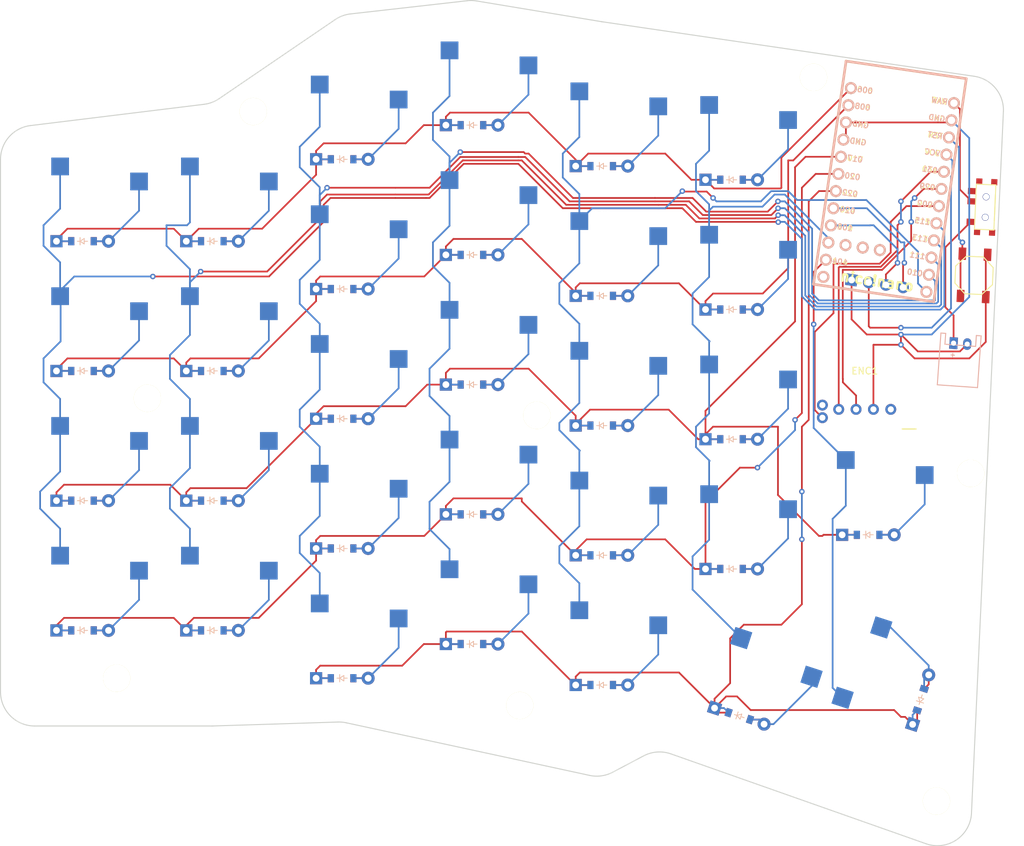
<source format=kicad_pcb>
(kicad_pcb (version 20240108) (generator "pcbnew") (generator_version "8.0")
  (title_block (title "left") (rev "v1.0.0") (company "Unknown"))
  (layers (0 "F.Cu" signal) (31 "B.Cu" signal) (34 "B.Paste" user) (35 "F.Paste" user) (36 "B.SilkS" user "B.Silkscreen") (37 "F.SilkS" user "F.Silkscreen") (38 "B.Mask" user) (39 "F.Mask" user) (44 "Edge.Cuts" user))
  (net 0 "")
  (net 1 "P115")
  (net 2 "outer_bottom")
  (net 3 "outer_home")
  (net 4 "outer_top")
  (net 5 "outer_num")
  (net 6 "P113")
  (net 7 "pinky_bottom")
  (net 8 "pinky_home")
  (net 9 "pinky_top")
  (net 10 "pinky_num")
  (net 11 "P111")
  (net 12 "ring_mod")
  (net 13 "ring_bottom")
  (net 14 "ring_home")
  (net 15 "ring_top")
  (net 16 "ring_num")
  (net 17 "P010")
  (net 18 "middle_mod")
  (net 19 "middle_bottom")
  (net 20 "middle_home")
  (net 21 "middle_top")
  (net 22 "middle_num")
  (net 23 "P009")
  (net 24 "index_mod")
  (net 25 "index_bottom")
  (net 26 "index_home")
  (net 27 "index_top")
  (net 28 "index_num")
  (net 29 "P011")
  (net 30 "inner_bottom")
  (net 31 "inner_home")
  (net 32 "inner_top")
  (net 33 "inner_num")
  (net 34 "P104")
  (net 35 "inner_mod_home")
  (net 36 "home_cluster")
  (net 37 "far_cluster")
  (net 38 "P020")
  (net 39 "P017")
  (net 40 "P008")
  (net 41 "P006")
  (net 42 "P022")
  (net 43 "RAW")
  (net 44 "GND")
  (net 45 "RST")
  (net 46 "VCC")
  (net 47 "P031")
  (net 48 "P029")
  (net 49 "P002")
  (net 50 "P024")
  (net 51 "P100")
  (net 52 "P106")
  (net 53 "P101")
  (net 54 "P102")
  (net 55 "P107")
  (net 56 "pos")
  (net 57 "S2")
  (net 58 "D")
  (footprint "E73:SPDT_C128955" (layer "F.Cu") (at 243.902161 83.834475 -92.5)
    (property "Reference" "T1" (hide yes))
    (property "Value" "" (hide yes))
  )
  (footprint "E73:SW_TACT_ALPS_SKQGABE010" (layer "F.Cu") (at 242.202161 93.834475 -92.5)
    (property "Reference" "B1" (hide yes))
    (property "Value" "" (hide yes))
  )
  (footprint "PG1350" (layer "F.Cu") (at 168.702161 142.834475)
    (property "Reference" "S14" (hide yes))
    (property "Value" "" (hide yes))
  )
  (footprint "ComboDiode" (layer "F.Cu") (at 206.702161 98.834475)
    (property "Reference" "D26" (hide yes))
    (property "Value" "" (hide yes))
  )
  (footprint "ComboDiode" (layer "F.Cu") (at 130.702161 107.834475)
    (property "Reference" "D7" (hide yes))
    (property "Value" "" (hide yes))
  )
  (footprint "ComboDiode" (layer "F.Cu") (at 130.702161 145.834475)
    (property "Reference" "D5" (hide yes))
    (property "Value" "" (hide yes))
  )
  (footprint "PG1350" (layer "F.Cu") (at 168.702161 123.834475)
    (property "Reference" "S15" (hide yes))
    (property "Value" "" (hide yes))
  )
  (footprint "PG1350" (layer "F.Cu") (at 130.702161 102.834475)
    (property "Reference" "S7" (hide yes))
    (property "Value" "" (hide yes))
  )
  (footprint "PG1350" (layer "F.Cu") (at 187.702161 129.834475)
    (property "Reference" "S20" (hide yes))
    (property "Value" "" (hide yes))
  )
  (footprint "ComboDiode" (layer "F.Cu") (at 168.702161 71.834475)
    (property "Reference" "D18" (hide yes))
    (property "Value" "" (hide yes))
  )
  (footprint "PG1350" (layer "F.Cu") (at 149.702161 128.834475)
    (property "Reference" "S10" (hide yes))
    (property "Value" "" (hide yes))
  )
  (footprint "lib:OLED_headers" (layer "F.Cu") (at 234.202161 94.334475 -98.3)
    (property "Reference" "OLED1" (hide yes))
    (property "Value" "OLED")
  )
  (footprint "HOLE_M2_TH" (layer "F.Cu") (at 241.702161 122.834475)
    (property "Reference" "")
    (property "Value" "")
  )
  (footprint "ComboDiode" (layer "F.Cu") (at 187.702161 115.834475)
    (property "Reference" "D21" (hide yes))
    (property "Value" "" (hide yes))
  )
  (footprint "ComboDiode" (layer "F.Cu") (at 226.702161 131.834475)
    (property "Reference" "D28" (hide yes))
    (property "Value" "" (hide yes))
  )
  (footprint "ComboDiode" (layer "F.Cu") (at 130.702161 126.834475)
    (property "Reference" "D6" (hide yes))
    (property "Value" "" (hide yes))
  )
  (footprint "ComboDiode" (layer "F.Cu") (at 206.702161 117.834475)
    (property "Reference" "D25" (hide yes))
    (property "Value" "" (hide yes))
  )
  (footprint "PG1350" (layer "F.Cu") (at 206.702161 131.834475)
    (property "Reference" "S24" (hide yes))
    (property "Value" "" (hide yes))
  )
  (footprint "HOLE_M2_TH" (layer "F.Cu") (at 175.702161 156.834475)
    (property "Reference" "")
    (property "Value" "")
  )
  (footprint "PG1350" (layer "F.Cu") (at 130.702161 140.834475)
    (property "Reference" "S5" (hide yes))
    (property "Value" "" (hide yes))
  )
  (footprint "ComboDiode" (layer "F.Cu") (at 130.702161 88.834475)
    (property "Reference" "D8" (hide yes))
    (property "Value" "" (hide yes))
  )
  (footprint "PG1350" (layer "F.Cu") (at 206.702161 93.834475)
    (property "Reference" "S26" (hide yes))
    (property "Value" "" (hide yes))
  )
  (footprint "PG1350" (layer "F.Cu") (at 168.702161 85.834475)
    (property "Reference" "S17" (hide yes))
    (property "Value" "" (hide yes))
  )
  (footprint "PG1350" (layer "F.Cu") (at 111.702161 102.834475)
    (property "Reference" "S3" (hide yes))
    (property "Value" "" (hide yes))
  )
  (footprint "PG1350" (layer "F.Cu") (at 149.702161 147.834475)
    (property "Reference" "S9" (hide yes))
    (property "Value" "" (hide yes))
  )
  (footprint "ComboDiode" (layer "F.Cu") (at 168.702161 109.834475)
    (property "Reference" "D16" (hide yes))
    (property "Value" "" (hide yes))
  )
  (footprint "ComboDiode" (layer "F.Cu") (at 168.702161 90.834475)
    (property "Reference" "D17" (hide yes))
    (property "Value" "" (hide yes))
  )
  (footprint "PG1350" (layer "F.Cu") (at 111.702161 121.834475)
    (property "Reference" "S2" (hide yes))
    (property "Value" "" (hide yes))
  )
  (footprint "HOLE_M2_TH" (layer "F.Cu") (at 236.702161 170.834475)
    (property "Reference" "")
    (property "Value" "")
  )
  (footprint "HOLE_M2_TH" (layer "F.Cu") (at 121.202161 111.834475)
    (property "Reference" "")
    (property "Value" "")
  )
  (footprint "PG1350" (layer "F.Cu") (at 187.702161 148.834475)
    (property "Reference" "S19" (hide yes))
    (property "Value" "" (hide yes))
  )
  (footprint "PG1350" (layer "F.Cu") (at 209.386312 153.632408 -18)
    (property "Reference" "S29" (hide yes))
    (property "Value" "" (hide yes))
  )
  (footprint "ComboDiode" (layer "F.Cu") (at 111.702161 88.834475)
    (property "Reference" "D4" (hide yes))
    (property "Value" "" (hide yes))
  )
  (footprint "PG1350" (layer "F.Cu") (at 111.702161 83.834475)
    (property "Reference" "S4" (hide yes))
    (property "Value" "" (hide yes))
  )
  (footprint "PG1350" (layer "F.Cu") (at 130.702161 121.834475)
    (property "Reference" "S6" (hide yes))
    (property "Value" "" (hide yes))
  )
  (footprint "ComboDiode" (layer "F.Cu") (at 149.702161 76.834475)
    (property "Reference" "D13" (hide yes))
    (property "Value" "" (hide yes))
  )
  (footprint "HOLE_M2_TH" (layer "F.Cu") (at 218.702161 64.834475)
    (property "Reference" "")
    (property "Value" "")
  )
  (footprint "PG1350" (layer "F.Cu") (at 168.702161 104.834475)
    (property "Reference" "S16" (hide yes))
    (property "Value" "" (hide yes))
  )
  (footprint "ComboDiode" (layer "F.Cu") (at 206.702161 136.834475)
    (property "Reference" "D24" (hide yes))
    (property "Value" "" (hide yes))
  )
  (footprint "ComboDiode" (layer "F.Cu") (at 187.702161 153.834475)
    (property "Reference" "D19" (hide yes))
    (property "Value" "" (hide yes))
  )
  (footprint "ComboDiode" (layer "F.Cu") (at 111.702161 107.834475)
    (property "Reference" "D3" (hide yes))
    (property "Value" "" (hide yes))
  )
  (footprint "ComboDiode" (layer "F.Cu") (at 234.38679 155.972514 72)
    (property "Reference" "D30" (hide yes))
    (property "Value" "" (hide yes))
  )
  (footprint "HOLE_M2_TH" (layer "F.Cu") (at 136.702161 69.834475)
    (property "Reference" "")
    (property "Value" "")
  )
  (footprint "PG1350" (layer "F.Cu") (at 111.702161 140.834475)
    (property "Reference" "S1" (hide yes))
    (property "Value" "" (hide yes))
  )
  (footprint "ComboDiode" (layer "F.Cu") (at 149.702161 114.834475)
    (property "Reference" "D11" (hide yes))
    (property "Value" "" (hide yes))
  )
  (footprint "PG1350" (layer "F.Cu") (at 130.702161 83.834475)
    (property "Reference" "S8" (hide yes))
    (property "Value" "" (hide yes))
  )
  (footprint "ComboDiode" (layer "F.Cu") (at 111.702161 126.834475)
    (property "Reference" "D2" (hide yes))
    (property "Value" "" (hide yes))
  )
  (footprint "PG1350" (layer "F.Cu") (at 206.702161 74.834475)
    (property "Reference" "S27" (hide yes))
    (property "Value" "" (hide yes))
  )
  (footprint "PG1350" (layer "F.Cu") (at 187.702161 72.834475)
    (property "Reference" "S23" (hide yes))
    (property "Value" "" (hide yes))
  )
  (footprint "ComboDiode" (layer "F.Cu") (at 207.841227 158.387691 -18)
    (property "Reference" "D29" (hide yes))
    (property "Value" "" (hide yes))
  )
  (footprint "PG1350" (layer "F.Cu") (at 149.702161 109.834475)
    (property "Reference" "S11" (hide yes))
    (property "Value" "" (hide yes))
  )
  (footprint "PG1350" (layer "F.Cu") (at 187.702161 110.834475)
    (property "Reference" "S21" (hide yes))
    (property "Value" "" (hide yes))
  )
  (footprint "ComboDiode" (layer "F.Cu") (at 187.702161 134.834475)
    (property "Reference" "D20" (hide yes))
    (property "Value" "" (hide yes))
  )
  (footprint "ComboDiode" (layer "F.Cu") (at 111.702161 145.834475)
    (property "Reference" "D1" (hide yes))
    (property "Value" "" (hide yes))
  )
  (footprint "HOLE_M2_TH" (layer "F.Cu") (at 116.702161 152.834475)
    (property "Reference" "")
    (property "Value" "")
  )
  (footprint "ComboDiode" (layer "F.Cu") (at 149.702161 152.834475)
    (property "Reference" "D9" (hide yes))
    (property "Value" "" (hide yes))
  )
  (footprint "Panasonic_EVQWGD001" (layer "F.Cu") (at 226.202161 107.834475 90)
    (property "Reference" "ENC1")
    (property "Value" "RollerEncoder_Panasonic_EVQWGD001")
  )
  (footprint "ComboDiode" (layer "F.Cu") (at 187.702161 96.834475)
    (property "Reference" "D22" (hide yes))
    (property "Value" "" (hide yes))
  )
  (footprint "ComboDiode" (layer "F.Cu") (at 149.702161 133.834475)
    (property "Reference" "D10" (hide yes))
    (property "Value" "" (hide yes))
  )
  (footprint "PG1350" (layer "F.Cu") (at 226.702161 126.834475)
    (property "Reference" "S28" (hide yes))
    (property "Value" "" (hide yes))
  )
  (footprint "PG1350" (layer "F.Cu") (at 206.702161 112.834475)
    (property "Reference" "S25" (hide yes))
    (property "Value" "" (hide yes))
  )
  (footprint "ComboDiode" (layer "F.Cu") (at 149.702161 95.834475)
    (property "Reference" "D12" (hide yes))
    (property "Value" "" (hide yes))
  )
  (footprint "ComboDiode" (layer "F.Cu") (at 168.702161 128.834475)
    (property "Reference" "D15" (hide yes))
    (property "Value" "" (hide yes))
  )
  (footprint "PG1350" (layer "F.Cu") (at 187.702161 91.834475)
    (property "Reference" "S22" (hide yes))
    (property "Value" "" (hide yes))
  )
  (footprint "ComboDiode" (layer "F.Cu") (at 168.702161 147.834475)
    (property "Reference" "D14" (hide yes))
    (property "Value" "" (hide yes))
  )
  (footprint "nice_nano" (layer "F.Cu") (at 229.702161 81.334475 -98.3)
    (property "Reference" "MCU1" (hide yes))
    (property "Value" "nice_nano" (hide yes))
  )
  (footprint "PG1350" (layer "F.Cu") (at 168.702161 66.834475)
    (property "Reference" "S18" (hide yes))
    (property "Value" "" (hide yes))
  )
  (footprint "PG1350" (layer "F.Cu") (at 229.631507 154.427428 72)
    (property "Reference" "S30" (hide yes))
    (property "Value" "" (hide yes))
  )
  (footprint "ComboDiode" (layer "F.Cu") (at 187.702161 77.834475)
    (property "Reference" "D23" (hide yes))
    (property "Value" "" (hide yes))
  )
  (footprint "HOLE_M2_TH" (layer "F.Cu") (at 178.202161 114.334475)
    (property "Reference" "")
    (property "Value" "")
  )
  (footprint "PG1350" (layer "F.Cu") (at 149.702161 71.834475)
    (property "Reference" "S13" (hide yes))
    (property "Value" "" (hide yes))
  )
  (footprint "PG1350" (layer "F.Cu") (at 149.702161 90.834475)
    (property "Reference" "S12" (hide yes))
    (property "Value" "" (hide yes))
  )
  (footprint "JST_PH_S2B-PH-K_02x2.00mm_Angled" (layer "F.Cu") (at 240.202161 103.834475 -4)
    (property "Reference" "JST1" (hide yes))
    (property "Value" "" (hide yes))
  )
  (footprint "ComboDiode" (layer "F.Cu") (at 206.702161 79.834475)
    (property "Reference" "D27" (hide yes))
    (property "Value" "" (hide yes))
  )
  (gr_line (start 169.389671 53.648457) (end 187.655986 56.67682) (stroke (width 0.15)) (layer "Edge.Cuts"))
  (gr_line (start 193.830874 164.214279) (end 189.314102 166.602256) (stroke (width 0.15)) (layer "Edge.Cuts"))
  (gr_arc (start 187.748473 56.691265) (mid 187.702196 56.684259) (end 187.655986 56.67682) (stroke (width 0.15)) (layer "Edge.Cuts"))
  (gr_line (start 99.702161 154.834475) (end 99.702161 76.858997) (stroke (width 0.15)) (layer "Edge.Cuts"))
  (gr_arc (start 168.009685 53.612834) (mid 168.700913 53.582791) (end 169.389671 53.648457) (stroke (width 0.15)) (layer "Edge.Cuts"))
  (gr_arc (start 242.227257 64.678409) (mid 245.358504 66.443219) (end 246.496803 69.852551) (stroke (width 0.15)) (layer "Edge.Cuts"))
  (gr_arc (start 99.702161 76.858997) (mid 100.957715 73.545521) (end 104.093811 71.896144) (stroke (width 0.15)) (layer "Edge.Cuts"))
  (gr_arc (start 241.827019 172.592493) (mid 239.627424 176.511136) (end 235.169942 177.081076) (stroke (width 0.15)) (layer "Edge.Cuts"))
  (gr_line (start 187.748473 56.691265) (end 242.227258 64.678409) (stroke (width 0.15)) (layer "Edge.Cuts"))
  (gr_line (start 149.087895 159.253873) (end 130.781049 159.831984) (stroke (width 0.15)) (layer "Edge.Cuts"))
  (gr_line (start 130.623233 159.834475) (end 104.702161 159.834475) (stroke (width 0.15)) (layer "Edge.Cuts"))
  (gr_arc (start 148.678871 56.381928) (mid 149.754739 55.826105) (end 150.932679 55.545232) (stroke (width 0.15)) (layer "Edge.Cuts"))
  (gr_line (start 104.093811 71.896144) (end 129.497438 68.782151) (stroke (width 0.15)) (layer "Edge.Cuts"))
  (gr_line (start 246.496803 69.852551) (end 241.827018 172.592493) (stroke (width 0.15)) (layer "Edge.Cuts"))
  (gr_arc (start 193.830874 164.214278) (mid 195.799559 163.648115) (end 197.830057 163.918924) (stroke (width 0.15)) (layer "Edge.Cuts"))
  (gr_line (start 150.932679 55.545232) (end 168.009685 53.612834) (stroke (width 0.15)) (layer "Edge.Cuts"))
  (gr_arc (start 130.781049 159.831984) (mid 130.702151 159.833852) (end 130.623233 159.834475) (stroke (width 0.15)) (layer "Edge.Cuts"))
  (gr_arc (start 189.314102 166.602256) (mid 187.658284 167.135388) (end 185.920023 167.06897) (stroke (width 0.15)) (layer "Edge.Cuts"))
  (gr_arc (start 149.087895 159.253872) (mid 149.698752 159.271948) (end 150.30284 159.364411) (stroke (width 0.15)) (layer "Edge.Cuts"))
  (gr_line (start 235.169942 177.081076) (end 197.830057 163.918924) (stroke (width 0.15)) (layer "Edge.Cuts"))
  (gr_line (start 131.705098 67.950894) (end 148.678871 56.381928) (stroke (width 0.15)) (layer "Edge.Cuts"))
  (gr_line (start 185.920023 167.06897) (end 150.30284 159.364411) (stroke (width 0.15)) (layer "Edge.Cuts"))
  (gr_arc (start 131.705098 67.950895) (mid 130.650992 68.498582) (end 129.497438 68.782151) (stroke (width 0.15)) (layer "Edge.Cuts"))
  (gr_arc (start 104.702161 159.834475) (mid 101.166627 158.370009) (end 99.702161 154.834475) (stroke (width 0.15)) (layer "Edge.Cuts"))
  (segment (start 148 82.5) (end 157.5 82.5) (width 0.25) (layer "F.Cu") (net 1))
  (segment (start 147 83.5) (end 148 82.5) (width 0.25) (layer "F.Cu") (net 1))
  (segment (start 182 84) (end 196 84) (width 0.25) (layer "F.Cu") (net 1))
  (segment (start 146.5 86.5) (end 147 86) (width 0.25) (layer "F.Cu") (net 1))
  (segment (start 175.5 77.5) (end 182 84) (width 0.25) (layer "F.Cu") (net 1))
  (segment (start 213.574464 86) (end 213.535247 86.039217) (width 0.25) (layer "F.Cu") (net 1))
  (segment (start 162 82.5) (end 162.5 82.5) (width 0.25) (layer "F.Cu") (net 1))
  (segment (start 162.5 82.5) (end 167.5 77.5) (width 0.25) (layer "F.Cu") (net 1))
  (segment (start 196 84) (end 199.5 84) (width 0.25) (layer "F.Cu") (net 1))
  (segment (start 147 86) (end 147 83.5) (width 0.25) (layer "F.Cu") (net 1))
  (segment (start 201.5 86) (end 213.575917 86) (width 0.25) (layer "F.Cu") (net 1))
  (segment (start 213.575917 86) (end 213.574464 86) (width 0.25) (layer "F.Cu") (net 1))
  (segment (start 167.5 77.5) (end 175.5 77.5) (width 0.25) (layer "F.Cu") (net 1))
  (segment (start 157.5 82.5) (end 162 82.5) (width 0.25) (layer "F.Cu") (net 1))
  (segment (start 199.5 84) (end 201.5 86) (width 0.25) (layer "F.Cu") (net 1))
  (segment (start 122 94) (end 139 94) (width 0.25) (layer "F.Cu") (net 1))
  (segment (start 139 94) (end 146.5 86.5) (width 0.25) (layer "F.Cu") (net 1))
  (via (at 122 94) (size 0.8) (drill 0.4) (layers "F.Cu" "B.Cu") (net 1))
  (via (at 213.535247 86.039217) (size 0.8) (drill 0.4) (layers "F.Cu" "B.Cu") (net 1))
  (segment (start 108.427161 122.572839) (end 108.427161 115.884475) (width 0.25) (layer "B.Cu") (net 1))
  (segment (start 108.5 103.5) (end 108.5 96.957314) (width 0.25) (layer "B.Cu") (net 1))
  (segment (start 106 86.5) (end 108.427161 84.072839) (width 0.25) (layer "B.Cu") (net 1))
  (segment (start 108.427161 96.884475) (end 108.427161 91.927161) (width 0.25) (layer "B.Cu") (net 1))
  (segment (start 237.85 87.362213) (end 236.69235 86.204563) (width 0.25) (layer "B.Cu") (net 1))
  (segment (start 105.5 128) (end 105.5 125.5) (width 0.25) (layer "B.Cu") (net 1))
  (segment (start 105.5 125.5) (end 108.427161 122.572839) (width 0.25) (layer "B.Cu") (net 1))
  (segment (start 218.940812 98.85) (end 237.286396 98.85) (width 0.25) (layer "B.Cu") (net 1))
  (segment (start 108.427161 96.884475) (end 108.427161 96.072839) (width 0.25) (layer "B.Cu") (net 1))
  (segment (start 217 96.909188) (end 218.940812 98.85) (width 0.25) (layer "B.Cu") (net 1))
  (segment (start 108.427161 134.884475) (end 108.427161 130.927161) (width 0.25) (layer "B.Cu") (net 1))
  (segment (start 106 106) (end 108.5 103.5) (width 0.25) (layer "B.Cu") (net 1))
  (segment (start 106 109.5) (end 106 106) (width 0.25) (layer "B.Cu") (net 1))
  (segment (start 237.85 98.286396) (end 237.85 87.362213) (width 0.25) (layer "B.Cu") (net 1))
  (segment (start 108.5 96.957314) (end 108.427161 96.884475) (width 0.25) (layer "B.Cu") (net 1))
  (segment (start 108.427161 96.072839) (end 110.5 94) (width 0.25) (layer "B.Cu") (net 1))
  (segment (start 108.427161 91.927161) (end 106 89.5) (width 0.25) (layer "B.Cu") (net 1))
  (segment (start 108.427161 115.884475) (end 108.427161 111.927161) (width 0.25) (layer "B.Cu") (net 1))
  (segment (start 217 88.5) (end 217 96.909188) (width 0.25) (layer "B.Cu") (net 1))
  (segment (start 110.5 94) (end 122 94) (width 0.25) (layer "B.Cu") (net 1))
  (segment (start 213.535247 86.039217) (end 213.574464 86) (width 0.25) (layer "B.Cu") (net 1))
  (segment (start 213.574464 86) (end 214.5 86) (width 0.25) (layer "B.Cu") (net 1))
  (segment (start 108.427161 111.927161) (end 106 109.5) (width 0.25) (layer "B.Cu") (net 1))
  (segment (start 237.286396 98.85) (end 237.85 98.286396) (width 0.25) (layer "B.Cu") (net 1))
  (segment (start 108.427161 84.072839) (end 108.427161 77.884475) (width 0.25) (layer "B.Cu") (net 1))
  (segment (start 108.427161 130.927161) (end 105.5 128) (width 0.25) (layer "B.Cu") (net 1))
  (segment (start 106 89.5) (end 106 86.5) (width 0.25) (layer "B.Cu") (net 1))
  (segment (start 214.5 86) (end 217 88.5) (width 0.25) (layer "B.Cu") (net 1))
  (segment (start 115.512161 145.834475) (end 113.352161 145.834475) (width 0.25) (layer "F.Cu") (net 2))
  (segment (start 119.977161 141.369475) (end 115.512161 145.834475) (width 0.25) (layer "B.Cu") (net 2))
  (segment (start 115.512161 145.834475) (end 113.352161 145.834475) (width 0.25) (layer "B.Cu") (net 2))
  (segment (start 119.977161 137.084475) (end 119.977161 141.369475) (width 0.25) (layer "B.Cu") (net 2))
  (segment (start 115.512161 126.834475) (end 113.352161 126.834475) (width 0.25) (layer "F.Cu") (net 3))
  (segment (start 113.352161 126.834475) (end 115.512161 126.834475) (width 0.25) (layer "B.Cu") (net 3))
  (segment (start 119.977161 118.084475) (end 119.977161 122.369475) (width 0.25) (layer "B.Cu") (net 3))
  (segment (start 119.977161 122.369475) (end 115.512161 126.834475) (width 0.25) (layer "B.Cu") (net 3))
  (segment (start 115.512161 107.834475) (end 113.352161 107.834475) (width 0.25) (layer "F.Cu") (net 4))
  (segment (start 115.512161 107.834475) (end 113.352161 107.834475) (width 0.25) (layer "B.Cu") (net 4))
  (segment (start 119.977161 103.369475) (end 115.512161 107.834475) (width 0.25) (layer "B.Cu") (net 4))
  (segment (start 119.977161 99.084475) (end 119.977161 103.369475) (width 0.25) (layer "B.Cu") (net 4))
  (segment (start 113.352161 88.834475) (end 115.512161 88.834475) (width 0.25) (layer "F.Cu") (net 5))
  (segment (start 119.977161 80.084475) (end 119.977161 84.369475) (width 0.25) (layer "B.Cu") (net 5))
  (segment (start 113.352161 88.834475) (end 115.512161 88.834475) (width 0.25) (layer "B.Cu") (net 5))
  (segment (start 119.977161 84.369475) (end 115.512161 88.834475) (width 0.25) (layer "B.Cu") (net 5))
  (segment (start 162.431802 81.931802) (end 167.363604 77) (width 0.25) (layer "F.Cu") (net 6))
  (segment (start 167.363604 77) (end 167.5 77) (width 0.25) (layer "F.Cu") (net 6))
  (segment (start 176 77) (end 182.5 83.5) (width 0.25) (layer "F.Cu") (net 6))
  (segment (start 138.725 93.275) (end 139 93) (width 0.25) (layer "F.Cu") (net 6))
  (segment (start 146.5 83) (end 147.5 82) (width 0.25) (layer "F.Cu") (net 6))
  (segment (start 200 83.5) (end 202 85.5) (width 0.25) (layer "F.Cu") (net 6))
  (segment (start 147.5 82) (end 157.5 82) (width 0.25) (layer "F.Cu") (net 6))
  (segment (start 162.363604 82) (end 162.431802 81.931802) (width 0.25) (layer "F.Cu") (net 6))
  (segment (start 202 85.5) (end 213.050612 85.5) (width 0.25) (layer "F.Cu") (net 6))
  (segment (start 146.5 85.5) (end 146.5 83) (width 0.25) (layer "F.Cu") (net 6))
  (segment (start 139 93) (end 146.5 85.5) (width 0.25) (layer "F.Cu") (net 6))
  (segment (start 175.5 77) (end 176 77) (width 0.25) (layer "F.Cu") (net 6))
  (segment (start 157.5 82) (end 162.363604 82) (width 0.25) (layer "F.Cu") (net 6))
  (segment (start 167.5 77) (end 175.5 77) (width 0.25) (layer "F.Cu") (net 6))
  (segment (start 213.050612 85.5) (end 213.525306 85.025306) (width 0.25) (layer "F.Cu") (net 6))
  (segment (start 182.5 83.5) (end 196 83.5) (width 0.25) (layer "F.Cu") (net 6))
  (segment (start 196 83.5) (end 200 83.5) (width 0.25) (layer "F.Cu") (net 6))
  (segment (start 129 93.275) (end 138.725 93.275) (width 0.25) (layer "F.Cu") (net 6))
  (via (at 213.525306 85.025306) (size 0.8) (drill 0.4) (layers "F.Cu" "B.Cu") (net 6))
  (via (at 129 93.275) (size 0.8) (drill 0.4) (layers "F.Cu" "B.Cu") (net 6))
  (segment (start 217.5 96.772792) (end 219.127208 98.4) (width 0.25) (layer "B.Cu") (net 6))
  (segment (start 124.5 109) (end 124.5 105.5) (width 0.25) (layer "B.Cu") (net 6))
  (segment (start 127 86.5) (end 127.427161 86.072839) (width 0.25) (layer "B.Cu") (net 6))
  (segment (start 124 86.5) (end 127 86.5) (width 0.25) (layer "B.Cu") (net 6))
  (segment (start 219.127208 98.4) (end 237.1 98.4) (width 0.25) (layer "B.Cu") (net 6))
  (segment (start 127.427161 86.072839) (end 127.427161 77.884475) (width 0.25) (layer "B.Cu") (net 6))
  (segment (start 127.427161 102.572839) (end 127.427161 96.884475) (width 0.25) (layer "B.Cu") (net 6))
  (segment (start 127.427161 134.884475) (end 127.427161 130.927161) (width 0.25) (layer "B.Cu") (net 6))
  (segment (start 127.427161 96.884475) (end 127.427161 94.847839) (width 0.25) (layer "B.Cu") (net 6))
  (segment (start 127.427161 130.927161) (end 124.5 128) (width 0.25) (layer "B.Cu") (net 6))
  (segment (start 127.427161 92.927161) (end 124 89.5) (width 0.25) (layer "B.Cu") (net 6))
  (segment (start 127.427161 122.072839) (end 127.427161 115.884475) (width 0.25) (layer "B.Cu") (net 6))
  (segment (start 213.525306 85.025306) (end 214.474694 85.025306) (width 0.25) (layer "B.Cu") (net 6))
  (segment (start 124 89.5) (end 124 86.5) (width 0.25) (layer "B.Cu") (net 6))
  (segment (start 237.4 98.1) (end 237.4 89.792272) (width 0.25) (layer "B.Cu") (net 6))
  (segment (start 127.427161 96.884475) (end 127.427161 92.927161) (width 0.25) (layer "B.Cu") (net 6))
  (segment (start 124.5 125) (end 127.427161 122.072839) (width 0.25) (layer "B.Cu") (net 6))
  (segment (start 237.1 98.4) (end 237.4 98.1) (width 0.25) (layer "B.Cu") (net 6))
  (segment (start 127.427161 94.847839) (end 129 93.275) (width 0.25) (layer "B.Cu") (net 6))
  (segment (start 124.5 105.5) (end 127.427161 102.572839) (width 0.25) (layer "B.Cu") (net 6))
  (segment (start 217.5 88.050612) (end 217.5 96.772792) (width 0.25) (layer "B.Cu") (net 6))
  (segment (start 214.474694 85.025306) (end 217.5 88.050612) (width 0.25) (layer "B.Cu") (net 6))
  (segment (start 127.427161 115.884475) (end 127.427161 111.927161) (width 0.25) (layer "B.Cu") (net 6))
  (segment (start 237.4 89.792272) (end 236.325686 88.717958) (width 0.25) (layer "B.Cu") (net 6))
  (segment (start 124.5 128) (end 124.5 125) (width 0.25) (layer "B.Cu") (net 6))
  (segment (start 127.427161 111.927161) (end 124.5 109) (width 0.25) (layer "B.Cu") (net 6))
  (segment (start 134.512161 145.834475) (end 132.352161 145.834475) (width 0.25) (layer "F.Cu") (net 7))
  (segment (start 132.352161 145.834475) (end 134.512161 145.834475) (width 0.25) (layer "B.Cu") (net 7))
  (segment (start 138.977161 137.084475) (end 138.977161 141.369475) (width 0.25) (layer "B.Cu") (net 7))
  (segment (start 138.977161 141.369475) (end 134.512161 145.834475) (width 0.25) (layer "B.Cu") (net 7))
  (segment (start 134.512161 126.834475) (end 132.352161 126.834475) (width 0.25) (layer "F.Cu") (net 8))
  (segment (start 134.512161 126.834475) (end 132.352161 126.834475) (width 0.25) (layer "B.Cu") (net 8))
  (segment (start 138.977161 118.084475) (end 138.977161 122.369475) (width 0.25) (layer "B.Cu") (net 8))
  (segment (start 138.977161 122.369475) (end 134.512161 126.834475) (width 0.25) (layer "B.Cu") (net 8))
  (segment (start 134.512161 107.834475) (end 132.352161 107.834475) (width 0.25) (layer "F.Cu") (net 9))
  (segment (start 138.977161 99.084475) (end 138.977161 103.369475) (width 0.25) (layer "B.Cu") (net 9))
  (segment (start 134.512161 107.834475) (end 132.352161 107.834475) (width 0.25) (layer "B.Cu") (net 9))
  (segment (start 138.977161 103.369475) (end 134.512161 107.834475) (width 0.25) (layer "B.Cu") (net 9))
  (segment (start 134.512161 88.834475) (end 132.352161 88.834475) (width 0.25) (layer "F.Cu") (net 10))
  (segment (start 132.352161 88.834475) (end 134.512161 88.834475) (width 0.25) (layer "B.Cu") (net 10))
  (segment (start 138.977161 80.084475) (end 138.977161 84.369475) (width 0.25) (layer "B.Cu") (net 10))
  (segment (start 138.977161 84.369475) (end 134.512161 88.834475) (width 0.25) (layer "B.Cu") (net 10))
  (segment (start 202.5 85) (end 212 85) (width 0.25) (layer "F.Cu") (net 11))
  (segment (start 200.5 83) (end 202.5 85) (width 0.25) (layer "F.Cu") (net 11))
  (segment (start 212 85) (end 212.525306 85) (width 0.25) (layer "F.Cu") (net 11))
  (segment (start 212.525306 85) (end 213.512653 84.012653) (width 0.25) (layer "F.Cu") (net 11))
  (segment (start 167 76.5) (end 175.5 76.5) (width 0.25) (layer "F.Cu") (net 11))
  (segment (start 157.5 81) (end 162.5 81) (width 0.25) (layer "F.Cu") (net 11))
  (segment (start 195.5 83) (end 200.5 83) (width 0.25) (layer "F.Cu") (net 11))
  (segment (start 175.5 76.5) (end 176.5 76.5) (width 0.25) (layer "F.Cu") (net 11))
  (segment (start 147.5 81) (end 157.5 81) (width 0.25) (layer "F.Cu") (net 11))
  (segment (start 176.5 76.5) (end 183 83) (width 0.25) (layer "F.Cu") (net 11))
  (segment (start 183 83) (end 195.5 83) (width 0.25) (layer "F.Cu") (net 11))
  (segment (start 162.5 81) (end 167 76.5) (width 0.25) (layer "F.Cu") (net 11))
  (via (at 147.5 81) (size 0.8) (drill 0.4) (layers "F.Cu" "B.Cu") (net 11))
  (via (at 213.512653 84.012653) (size 0.8) (drill 0.4) (layers "F.Cu" "B.Cu") (net 11))
  (segment (start 146.427161 84.884475) (end 146.427161 80.927161) (width 0.25) (layer "B.Cu") (net 11))
  (segment (start 143.5 94.5) (end 146.427161 91.572839) (width 0.25) (layer "B.Cu") (net 11))
  (segment (start 143.5 98) (end 143.5 94.5) (width 0.25) (layer "B.Cu") (net 11))
  (segment (start 143.5 113.5) (end 146.427161 110.572839) (width 0.25) (layer "B.Cu") (net 11))
  (segment (start 146.427161 82.072839) (end 147.5 81) (width 0.25) (layer "B.Cu") (net 11))
  (segment (start 219.313604 97.95) (end 236.686396 97.95) (width 0.25) (layer "B.Cu") (net 11))
  (segment (start 236.95 92.222333) (end 235.959021 91.231354) (width 0.25) (layer "B.Cu") (net 11))
  (segment (start 146.427161 80.927161) (end 143.5 78) (width 0.25) (layer "B.Cu") (net 11))
  (segment (start 146.427161 84.884475) (end 146.427161 82.072839) (width 0.25) (layer "B.Cu") (net 11))
  (segment (start 143.5 132) (end 146.427161 129.072839) (width 0.25) (layer "B.Cu") (net 11))
  (segment (start 236.686396 97.95) (end 236.95 97.686396) (width 0.25) (layer "B.Cu") (net 11))
  (segment (start 146.427161 122.884475) (end 146.427161 118.927161) (width 0.25) (layer "B.Cu") (net 11))
  (segment (start 146.427161 91.572839) (end 146.427161 84.884475) (width 0.25) (layer "B.Cu") (net 11))
  (segment (start 146.427161 103.884475) (end 146.427161 100.927161) (width 0.25) (layer "B.Cu") (net 11))
  (segment (start 218 87.5) (end 218 96.636396) (width 0.25) (layer "B.Cu") (net 11))
  (segment (start 146.427161 72.072839) (end 146.427161 65.884475) (width 0.25) (layer "B.Cu") (net 11))
  (segment (start 213.525306 84) (end 214.5 84) (width 0.25) (layer "B.Cu") (net 11))
  (segment (start 236.95 97.686396) (end 236.95 92.222333) (width 0.25) (layer "B.Cu") (net 11))
  (segment (start 146.427161 129.072839) (end 146.427161 122.884475) (width 0.25) (layer "B.Cu") (net 11))
  (segment (start 146.427161 118.927161) (end 143.5 116) (width 0.25) (layer "B.Cu") (net 11))
  (segment (start 218 96.636396) (end 219.313604 97.95) (width 0.25) (layer "B.Cu") (net 11))
  (segment (start 214.5 84) (end 218 87.5) (width 0.25) (layer "B.Cu") (net 11))
  (segment (start 146.427161 110.572839) (end 146.427161 103.884475) (width 0.25) (layer "B.Cu") (net 11))
  (segment (start 146.427161 141.884475) (end 146.427161 137.427161) (width 0.25) (layer "B.Cu") (net 11))
  (segment (start 143.5 134.5) (end 143.5 132) (width 0.25) (layer "B.Cu") (net 11))
  (segment (start 143.5 75) (end 146.427161 72.072839) (width 0.25) (layer "B.Cu") (net 11))
  (segment (start 146.427161 100.927161) (end 143.5 98) (width 0.25) (layer "B.Cu") (net 11))
  (segment (start 143.5 78) (end 143.5 75) (width 0.25) (layer "B.Cu") (net 11))
  (segment (start 213.512653 84.012653) (end 213.525306 84) (width 0.25) (layer "B.Cu") (net 11))
  (segment (start 143.5 116) (end 143.5 113.5) (width 0.25) (layer "B.Cu") (net 11))
  (segment (start 146.427161 137.427161) (end 143.5 134.5) (width 0.25) (layer "B.Cu") (net 11))
  (segment (start 153.512161 152.834475) (end 151.352161 152.834475) (width 0.25) (layer "F.Cu") (net 12))
  (segment (start 157.977161 148.369475) (end 153.512161 152.834475) (width 0.25) (layer "B.Cu") (net 12))
  (segment (start 151.352161 152.834475) (end 153.512161 152.834475) (width 0.25) (layer "B.Cu") (net 12))
  (segment (start 157.977161 144.084475) (end 157.977161 148.369475) (width 0.25) (layer "B.Cu") (net 12))
  (segment (start 153.512161 133.834475) (end 151.352161 133.834475) (width 0.25) (layer "F.Cu") (net 13))
  (segment (start 153.512161 133.834475) (end 151.352161 133.834475) (width 0.25) (layer "B.Cu") (net 13))
  (segment (start 157.977161 129.369475) (end 153.512161 133.834475) (width 0.25) (layer "B.Cu") (net 13))
  (segment (start 157.977161 125.084475) (end 157.977161 129.369475) (width 0.25) (layer "B.Cu") (net 13))
  (segment (start 153.512161 114.834475) (end 151.352161 114.834475) (width 0.25) (layer "F.Cu") (net 14))
  (segment (start 153.512161 114.834475) (end 151.352161 114.834475) (width 0.25) (layer "B.Cu") (net 14))
  (segment (start 157.977161 106.084475) (end 157.977161 110.369475) (width 0.25) (layer "B.Cu") (net 14))
  (segment (start 157.977161 110.369475) (end 153.512161 114.834475) (width 0.25) (layer "B.Cu") (net 14))
  (segment (start 153.512161 95.834475) (end 151.352161 95.834475) (width 0.25) (layer "F.Cu") (net 15))
  (segment (start 157.977161 91.369475) (end 153.512161 95.834475) (width 0.25) (layer "B.Cu") (net 15))
  (segment (start 157.977161 87.084475) (end 157.977161 91.369475) (width 0.25) (layer "B.Cu") (net 15))
  (segment (start 151.352161 95.834475) (end 153.512161 95.834475) (width 0.25) (layer "B.Cu") (net 15))
  (segment (start 153.512161 76.834475) (end 151.352161 76.834475) (width 0.25) (layer "F.Cu") (net 16))
  (segment (start 157.977161 72.369475) (end 153.512161 76.834475) (width 0.25) (layer "B.Cu") (net 16))
  (segment (start 157.977161 68.084475) (end 157.977161 72.369475) (width 0.25) (layer "B.Cu") (net 16))
  (segment (start 151.352161 76.834475) (end 153.512161 76.834475) (width 0.25) (layer "B.Cu") (net 16))
  (segment (start 195.5 82.5) (end 201 82.5) (width 0.25) (layer "F.Cu") (net 17))
  (segment (start 203 84.5) (end 212 84.5) (width 0.25) (layer "F.Cu") (net 17))
  (segment (start 201 82.5) (end 203 84.5) (width 0.25) (layer "F.Cu") (net 17))
  (segment (start 176.275 75.775) (end 176.5 76) (width 0.25) (layer "F.Cu") (net 17))
  (segment (start 183.5 82.5) (end 195.5 82.5) (width 0.25) (layer "F.Cu") (net 17))
  (segment (start 167 75.775) (end 176.275 75.775) (width 0.25) (layer "F.Cu") (net 17))
  (segment (start 212 84.5) (end 213.5 83) (width 0.25) (layer "F.Cu") (net 17))
  (segment (start 176.5 76) (end 177 76) (width 0.25) (layer "F.Cu") (net 17))
  (segment (start 177 76) (end 183.5 82.5) (width 0.25) (layer "F.Cu") (net 17))
  (via (at 167 75.775) (size 0.8) (drill 0.4) (layers "F.Cu" "B.Cu") (net 17))
  (via (at 213.5 83) (size 0.8) (drill 0.4) (layers "F.Cu" "B.Cu") (net 17))
  (segment (start 219.5 97.5) (end 236.5 97.5) (width 0.25) (layer "B.Cu") (net 17))
  (segment (start 163 74) (end 163 70) (width 0.25) (layer "B.Cu") (net 17))
  (segment (start 218.5 96.5) (end 219.5 97.5) (width 0.25) (layer "B.Cu") (net 17))
  (segment (start 213.5 83) (end 214.5 83) (width 0.25) (layer "B.Cu") (net 17))
  (segment (start 218.5 87) (end 218.5 96.5) (width 0.25) (layer "B.Cu") (net 17))
  (segment (start 165.427161 124.072839) (end 165.427161 117.884475) (width 0.25) (layer "B.Cu") (net 17))
  (segment (start 236.5 97.5) (end 236.5 94.652393) (width 0.25) (layer "B.Cu") (net 17))
  (segment (start 165.427161 98.884475) (end 165.427161 94.927161) (width 0.25) (layer "B.Cu") (net 17))
  (segment (start 165.427161 77.347839) (end 167 75.775) (width 0.25) (layer "B.Cu") (net 17))
  (segment (start 165.427161 133.927161) (end 162.5 131) (width 0.25) (layer "B.Cu") (net 17))
  (segment (start 165.427161 104.572839) (end 165.427161 98.884475) (width 0.25) (layer "B.Cu") (net 17))
  (segment (start 236.5 94.652393) (end 235.592356 93.744749) (width 0.25) (layer "B.Cu") (net 17))
  (segment (start 165.427161 79.884475) (end 165.427161 77.347839) (width 0.25) (layer "B.Cu") (net 17))
  (segment (start 165.427161 114.427161) (end 162.5 111.5) (width 0.25) (layer "B.Cu") (net 17))
  (segment (start 165.427161 94.927161) (end 163 92.5) (width 0.25) (layer "B.Cu") (net 17))
  (segment (start 162.5 131) (end 162.5 127) (width 0.25) (layer "B.Cu") (net 17))
  (segment (start 162.5 107.5) (end 165.427161 104.572839) (width 0.25) (layer "B.Cu") (net 17))
  (segment (start 163 92.5) (end 163 89) (width 0.25) (layer "B.Cu") (net 17))
  (segment (start 214.5 83) (end 218.5 87) (width 0.25) (layer "B.Cu") (net 17))
  (segment (start 165.427161 117.884475) (end 165.427161 114.427161) (width 0.25) (layer "B.Cu") (net 17))
  (segment (start 165.427161 67.572839) (end 165.427161 60.884475) (width 0.25) (layer "B.Cu") (net 17))
  (segment (start 163 89) (end 165.427161 86.572839) (width 0.25) (layer "B.Cu") (net 17))
  (segment (start 165.427161 136.884475) (end 165.427161 133.927161) (width 0.25) (layer "B.Cu") (net 17))
  (segment (start 162.5 111.5) (end 162.5 107.5) (width 0.25) (layer "B.Cu") (net 17))
  (segment (start 165.427161 79.884475) (end 165.427161 76.427161) (width 0.25) (layer "B.Cu") (net 17))
  (segment (start 165.427161 76.427161) (end 163 74) (width 0.25) (layer "B.Cu") (net 17))
  (segment (start 163 70) (end 165.427161 67.572839) (width 0.25) (layer "B.Cu") (net 17))
  (segment (start 162.5 127) (end 165.427161 124.072839) (width 0.25) (layer "B.Cu") (net 17))
  (segment (start 165.427161 86.572839) (end 165.427161 79.884475) (width 0.25) (layer "B.Cu") (net 17))
  (segment (start 172.512161 147.834475) (end 170.352161 147.834475) (width 0.25) (layer "F.Cu") (net 18))
  (segment (start 176.977161 139.084475) (end 176.977161 143.369475) (width 0.25) (layer "B.Cu") (net 18))
  (segment (start 172.512161 147.834475) (end 170.352161 147.834475) (width 0.25) (layer "B.Cu") (net 18))
  (segment (start 176.977161 143.369475) (end 172.512161 147.834475) (width 0.25) (layer "B.Cu") (net 18))
  (segment (start 172.512161 128.834475) (end 170.352161 128.834475) (width 0.25) (layer "F.Cu") (net 19))
  (segment (start 176.977161 124.369475) (end 172.512161 128.834475) (width 0.25) (layer "B.Cu") (net 19))
  (segment (start 170.352161 128.834475) (end 172.512161 128.834475) (width 0.25) (layer "B.Cu") (net 19))
  (segment (start 176.977161 120.084475) (end 176.977161 124.369475) (width 0.25) (layer "B.Cu") (net 19))
  (segment (start 172.512161 109.834475) (end 170.352161 109.834475) (width 0.25) (layer "F.Cu") (net 20))
  (segment (start 172.512161 109.834475) (end 170.352161 109.834475) (width 0.25) (layer "B.Cu") (net 20))
  (segment (start 176.977161 101.084475) (end 176.977161 105.369475) (width 0.25) (layer "B.Cu") (net 20))
  (segment (start 176.977161 105.369475) (end 172.512161 109.834475) (width 0.25) (layer "B.Cu") (net 20))
  (segment (start 172.512161 90.834475) (end 170.352161 90.834475) (width 0.25) (layer "F.Cu") (net 21))
  (segment (start 176.977161 86.369475) (end 172.512161 90.834475) (width 0.25) (layer "B.Cu") (net 21))
  (segment (start 176.977161 82.084475) (end 176.977161 86.369475) (width 0.25) (layer "B.Cu") (net 21))
  (segment (start 172.512161 90.834475) (end 170.352161 90.834475) (width 0.25) (layer "B.Cu") (net 21))
  (segment (start 172.512161 71.834475) (end 170.352161 71.834475) (width 0.25) (layer "F.Cu") (net 22))
  (segment (start 176.977161 67.369475) (end 172.512161 71.834475) (width 0.25) (layer "B.Cu") (net 22))
  (segment (start 176.977161 63.084475) (end 176.977161 67.369475) (width 0.25) (layer "B.Cu") (net 22))
  (segment (start 170.352161 71.834475) (end 172.512161 71.834475) (width 0.25) (layer "B.Cu") (net 22))
  (segment (start 203.061975 81.561975) (end 204 82.5) (width 0.25) (layer "F.Cu") (net 23))
  (segment (start 199.5 81.5) (end 199.561975 81.561975) (width 0.25) (layer "F.Cu") (net 23))
  (segment (start 199.561975 81.561975) (end 203.061975 81.561975) (width 0.25) (layer "F.Cu") (net 23))
  (via (at 204 82.5) (size 0.8) (drill 0.4) (layers "F.Cu" "B.Cu") (net 23))
  (via (at 199.5 81.5) (size 0.8) (drill 0.4) (layers "F.Cu" "B.Cu") (net 23))
  (segment (start 181.5 115.452522) (end 184.427161 112.525361) (width 0.25) (layer "B.Cu") (net 23))
  (segment (start 234 90.363604) (end 234 95.032454) (width 0.25) (layer "B.Cu") (net 23))
  (segment (start 184.427161 73.572839) (end 184.427161 66.884475) (width 0.25) (layer "B.Cu") (net 23))
  (segment (start 181.5 136) (end 181.5 133.5) (width 0.25) (layer "B.Cu") (net 23))
  (segment (start 212.5 81.5) (end 215 81.5) (width 0.25) (layer "B.Cu") (net 23))
  (segment (start 184.427161 104.884475) (end 184.427161 100.927161) (width 0.25) (layer "B.Cu") (net 23))
  (segment (start 181.5 133.5) (end 184.427161 130.572839) (width 0.25) (layer "B.Cu") (net 23))
  (segment (start 184.427161 130.572839) (end 184.427161 123.884475) (width 0.25) (layer "B.Cu") (net 23))
  (segment (start 184.5 119.5) (end 181.5 116.5) (width 0.25) (layer "B.Cu") (net 23))
  (segment (start 184.427161 100.927161) (end 181.5 98) (width 0.25) (layer "B.Cu") (net 23))
  (segment (start 215 81.5) (end 216.303274 82.803274) (width 0.25) (layer "B.Cu") (net 23))
  (segment (start 186.302161 84.009475) (end 196.990525 84.009475) (width 0.25) (layer "B.Cu") (net 23))
  (segment (start 181.5 116.5) (end 181.5 115.452522) (width 0.25) (layer "B.Cu") (net 23))
  (segment (start 226.43967 82.803274) (end 234 90.363604) (width 0.25) (layer "B.Cu") (net 23))
  (segment (start 184.427161 85.884475) (end 184.427161 81.927161) (width 0.25) (layer "B.Cu") (net 23))
  (segment (start 184.427161 138.927161) (end 181.5 136) (width 0.25) (layer "B.Cu") (net 23))
  (segment (start 204 82.5) (end 204.5 83) (width 0.25) (layer "B.Cu") (net 23))
  (segment (start 184.427161 81.927161) (end 182 79.5) (width 0.25) (layer "B.Cu") (net 23))
  (segment (start 184.427161 112.525361) (end 184.427161 104.884475) (width 0.25) (layer "B.Cu") (net 23))
  (segment (start 184.427161 123.884475) (end 184.427161 119.572839) (width 0.25) (layer "B.Cu") (net 23))
  (segment (start 216.303274 82.803274) (end 226.43967 82.803274) (width 0.25) (layer "B.Cu") (net 23))
  (segment (start 211 83) (end 212.5 81.5) (width 0.25) (layer "B.Cu") (net 23))
  (segment (start 181.5 95) (end 184.427161 92.072839) (width 0.25) (layer "B.Cu") (net 23))
  (segment (start 204.5 83) (end 211 83) (width 0.25) (layer "B.Cu") (net 23))
  (segment (start 184.427161 85.884475) (end 186.302161 84.009475) (width 0.25) (layer "B.Cu") (net 23))
  (segment (start 196.990525 84.009475) (end 199.5 81.5) (width 0.25) (layer "B.Cu") (net 23))
  (segment (start 184.427161 119.572839) (end 184.5 119.5) (width 0.25) (layer "B.Cu") (net 23))
  (segment (start 234 95.032454) (end 235.225691 96.258145) (width 0.25) (layer "B.Cu") (net 23))
  (segment (start 184.427161 142.884475) (end 184.427161 138.927161) (width 0.25) (layer "B.Cu") (net 23))
  (segment (start 181.5 98) (end 181.5 95) (width 0.25) (layer "B.Cu") (net 23))
  (segment (start 184.427161 92.072839) (end 184.427161 85.884475) (width 0.25) (layer "B.Cu") (net 23))
  (segment (start 182 76) (end 184.427161 73.572839) (width 0.25) (layer "B.Cu") (net 23))
  (segment (start 182 79.5) (end 182 76) (width 0.25) (layer "B.Cu") (net 23))
  (segment (start 191.512161 153.834475) (end 189.352161 153.834475) (width 0.25) (layer "F.Cu") (net 24))
  (segment (start 195.977161 149.369475) (end 191.512161 153.834475) (width 0.25) (layer "B.Cu") (net 24))
  (segment (start 195.977161 145.084475) (end 195.977161 149.369475) (width 0.25) (layer "B.Cu") (net 24))
  (segment (start 189.352161 153.834475) (end 191.512161 153.834475) (width 0.25) (layer "B.Cu") (net 24))
  (segment (start 191.512161 134.834475) (end 189.352161 134.834475) (width 0.25) (layer "F.Cu") (net 25))
  (segment (start 195.977161 126.084475) (end 195.977161 130.369475) (width 0.25) (layer "B.Cu") (net 25))
  (segment (start 189.352161 134.834475) (end 191.512161 134.834475) (width 0.25) (layer "B.Cu") (net 25))
  (segment (start 195.977161 130.369475) (end 191.512161 134.834475) (width 0.25) (layer "B.Cu") (net 25))
  (segment (start 191.512161 115.834475) (end 189.352161 115.834475) (width 0.25) (layer "F.Cu") (net 26))
  (segment (start 195.977161 107.084475) (end 195.977161 111.369475) (width 0.25) (layer "B.Cu") (net 26))
  (segment (start 195.977161 111.369475) (end 191.512161 115.834475) (width 0.25) (layer "B.Cu") (net 26))
  (segment (start 191.512161 115.834475) (end 189.352161 115.834475) (width 0.25) (layer "B.Cu") (net 26))
  (segment (start 191.512161 96.834475) (end 189.352161 96.834475) (width 0.25) (layer "F.Cu") (net 27))
  (segment (start 195.977161 88.084475) (end 195.977161 92.369475) (width 0.25) (layer "B.Cu") (net 27))
  (segment (start 195.977161 92.369475) (end 191.512161 96.834475) (width 0.25) (layer "B.Cu") (net 27))
  (segment (start 191.512161 96.834475) (end 189.352161 96.834475) (width 0.25) (layer "B.Cu") (net 27))
  (segment (start 191.512161 77.834475) (end 189.352161 77.834475) (width 0.25) (layer "F.Cu") (net 28))
  (segment (start 195.977161 73.369475) (end 191.512161 77.834475) (width 0.25) (layer "B.Cu") (net 28))
  (segment (start 195.977161 69.084475) (end 195.977161 73.369475) (width 0.25) (layer "B.Cu") (net 28))
  (segment (start 191.512161 77.834475) (end 189.352161 77.834475) (width 0.25) (layer "B.Cu") (net 28))
  (segment (start 201 96.5) (end 203.427161 94.072839) (width 0.25) (layer "B.Cu") (net 29))
  (segment (start 201 139.851338) (end 201 135) (width 0.25) (layer "B.Cu") (net 29))
  (segment (start 203.427161 132.572839) (end 203.427161 125.884475) (width 0.25) (layer "B.Cu") (net 29))
  (segment (start 214.5 82) (end 220.878648 88.378648) (width 0.25) (layer "B.Cu") (net 29))
  (segment (start 220.878648 88.378648) (end 220.878648 89.031365) (width 0.25) (layer "B.Cu") (net 29))
  (segment (start 208.110253 146.961591) (end 201 139.851338) (width 0.25) (layer "B.Cu") (net 29))
  (segment (start 203.427161 103.572839) (end 203.5 103.5) (width 0.25) (layer "B.Cu") (net 29))
  (segment (start 203.427161 87.884475) (end 203.427161 84.347839) (width 0.25) (layer "B.Cu") (net 29))
  (segment (start 203.427161 84.347839) (end 204 83.775) (width 0.25) (layer "B.Cu") (net 29))
  (segment (start 201 101) (end 201 96.5) (width 0.25) (layer "B.Cu") (net 29))
  (segment (start 204 83.775) (end 211.225 83.775) (width 0.25) (layer "B.Cu") (net 29))
  (segment (start 203.427161 125.884475) (end 203.427161 121.072839) (width 0.25) (layer "B.Cu") (net 29))
  (segment (start 201.5 81.5) (end 201.5 77.5) (width 0.25) (layer "B.Cu") (net 29))
  (segment (start 203.5 103.5) (end 201 101) (width 0.25) (layer "B.Cu") (net 29))
  (segment (start 213 82) (end 214.5 82) (width 0.25) (layer "B.Cu") (net 29))
  (segment (start 203.427161 121.072839) (end 203.5 121) (width 0.25) (layer "B.Cu") (net 29))
  (segment (start 203.5 121) (end 201.5 119) (width 0.25) (layer "B.Cu") (net 29))
  (segment (start 203.427161 114.072839) (end 203.427161 106.884475) (width 0.25) (layer "B.Cu") (net 29))
  (segment (start 201.5 116) (end 203.427161 114.072839) (width 0.25) (layer "B.Cu") (net 29))
  (segment (start 203.427161 83.427161) (end 201.5 81.5) (width 0.25) (layer "B.Cu") (net 29))
  (segment (start 201.5 119) (end 201.5 116) (width 0.25) (layer "B.Cu") (net 29))
  (segment (start 203.427161 87.884475) (end 203.427161 83.427161) (width 0.25) (layer "B.Cu") (net 29))
  (segment (start 201.5 77.5) (end 203.427161 75.572839) (width 0.25) (layer "B.Cu") (net 29))
  (segment (start 211.225 83.775) (end 213 82) (width 0.25) (layer "B.Cu") (net 29))
  (segment (start 203.427161 106.884475) (end 203.427161 103.572839) (width 0.25) (layer "B.Cu") (net 29))
  (segment (start 201 135) (end 203.427161 132.572839) (width 0.25) (layer "B.Cu") (net 29))
  (segment (start 203.427161 94.072839) (end 203.427161 87.884475) (width 0.25) (layer "B.Cu") (net 29))
  (segment (start 203.427161 75.572839) (end 203.427161 68.884475) (width 0.25) (layer "B.Cu") (net 29))
  (segment (start 210.512161 136.834475) (end 208.352161 136.834475) (width 0.25) (layer "F.Cu") (net 30))
  (segment (start 214.977161 128.084475) (end 214.977161 132.369475) (width 0.25) (layer "B.Cu") (net 30))
  (segment (start 214.977161 132.369475) (end 210.512161 136.834475) (width 0.25) (layer "B.Cu") (net 30))
  (segment (start 208.352161 136.834475) (end 210.512161 136.834475) (width 0.25) (layer "B.Cu") (net 30))
  (segment (start 210.512161 117.834475) (end 208.352161 117.834475) (width 0.25) (layer "F.Cu") (net 31))
  (segment (start 210.512161 117.834475) (end 208.352161 117.834475) (width 0.25) (layer "B.Cu") (net 31))
  (segment (start 214.977161 109.084475) (end 214.977161 113.369475) (width 0.25) (layer "B.Cu") (net 31))
  (segment (start 214.977161 113.369475) (end 210.512161 117.834475) (width 0.25) (layer "B.Cu") (net 31))
  (segment (start 210.512161 98.834475) (end 208.352161 98.834475) (width 0.25) (layer "F.Cu") (net 32))
  (segment (start 214.977161 94.369475) (end 210.512161 98.834475) (width 0.25) (layer "B.Cu") (net 32))
  (segment (start 208.352161 98.834475) (end 210.512161 98.834475) (width 0.25) (layer "B.Cu") (net 32))
  (segment (start 214.977161 90.084475) (end 214.977161 94.369475) (width 0.25) (layer "B.Cu") (net 32))
  (segment (start 210.512161 79.834475) (end 208.352161 79.834475) (width 0.25) (layer "F.Cu") (net 33))
  (segment (start 208.352161 79.834475) (end 210.512161 79.834475) (width 0.25) (layer "B.Cu") (net 33))
  (segment (start 214.977161 71.084475) (end 214.977161 75.369475) (width 0.25) (layer "B.Cu") (net 33))
  (segment (start 214.977161 75.369475) (end 210.512161 79.834475) (width 0.25) (layer "B.Cu") (net 33))
  (segment (start 218.725 101) (end 218.725 93.331744) (width 0.25) (layer "F.Cu") (net 34))
  (segment (start 218.725 93.331744) (end 220.511983 91.544761) (width 0.25) (layer "F.Cu") (net 34))
  (via (at 218.725 101) (size 0.8) (drill 0.4) (layers "F.Cu" "B.Cu") (net 34))
  (segment (start 218.725 116.182314) (end 218.725 101) (width 0.25) (layer "B.Cu") (net 34))
  (segment (start 223.427161 120.884475) (end 218.725 116.182314) (width 0.25) (layer "B.Cu") (net 34))
  (segment (start 222.96069 155.703487) (end 221.5 154.242797) (width 0.25) (layer "B.Cu") (net 34))
  (segment (start 223.427161 127.572839) (end 223.427161 120.884475) (width 0.25) (layer "B.Cu") (net 34))
  (segment (start 221.5 154.242797) (end 221.5 129.5) (width 0.25) (layer "B.Cu") (net 34))
  (segment (start 221.5 129.5) (end 223.427161 127.572839) (width 0.25) (layer "B.Cu") (net 34))
  (segment (start 230.512161 131.834475) (end 228.352161 131.834475) (width 0.25) (layer "F.Cu") (net 35))
  (segment (start 234.977161 123.084475) (end 234.977161 127.369475) (width 0.25) (layer "B.Cu") (net 35))
  (segment (start 234.977161 127.369475) (end 230.512161 131.834475) (width 0.25) (layer "B.Cu") (net 35))
  (segment (start 228.352161 131.834475) (end 230.512161 131.834475) (width 0.25) (layer "B.Cu") (net 35))
  (segment (start 210.797275 158.897569) (end 211.464752 159.565046) (width 0.25) (layer "F.Cu") (net 36))
  (segment (start 209.41047 158.897569) (end 210.797275 158.897569) (width 0.25) (layer "F.Cu") (net 36))
  (segment (start 212.840035 159.565046) (end 211.464752 159.565046) (width 0.25) (layer "B.Cu") (net 36))
  (segment (start 218.415118 152.623062) (end 218.415118 153.989963) (width 0.25) (layer "B.Cu") (net 36))
  (segment (start 209.41047 158.897569) (end 210.797275 158.897569) (width 0.25) (layer "B.Cu") (net 36))
  (segment (start 210.797275 158.897569) (end 211.464752 159.565046) (width 0.25) (layer "B.Cu") (net 36))
  (segment (start 218.415118 153.989963) (end 212.840035 159.565046) (width 0.25) (layer "B.Cu") (net 36))
  (segment (start 235.564145 152.348989) (end 235.564145 153.735794) (width 0.25) (layer "F.Cu") (net 37))
  (segment (start 235.564145 153.735794) (end 234.896668 154.403271) (width 0.25) (layer "F.Cu") (net 37))
  (segment (start 234.896668 154.403271) (end 234.896668 153.016466) (width 0.25) (layer "B.Cu") (net 37))
  (segment (start 229.989062 145.398622) (end 235.564145 150.973705) (width 0.25) (layer "B.Cu") (net 37))
  (segment (start 235.564145 150.973705) (end 235.564145 152.348989) (width 0.25) (layer "B.Cu") (net 37))
  (segment (start 228.622161 145.398622) (end 229.989062 145.398622) (width 0.25) (layer "B.Cu") (net 37))
  (segment (start 234.896668 153.016466) (end 235.564145 152.348989) (width 0.25) (layer "B.Cu") (net 37))
  (segment (start 129.052161 145.834475) (end 126.892161 145.834475) (width 0.25) (layer "F.Cu") (net 38))
  (segment (start 166 126.5) (end 176 126.5) (width 0.25) (layer "F.Cu") (net 38))
  (segment (start 146.5 132) (end 161.726636 132) (width 0.25) (layer "F.Cu") (net 38))
  (segment (start 217 81) (end 219.022217 78.977783) (width 0.25) (layer "F.Cu") (net 38))
  (segment (start 183.892161 134.834475) (end 183.892161 134.107839) (width 0.25) (layer "F.Cu") (net 38))
  (segment (start 176 126.5) (end 176 126.942314) (width 0.25) (layer "F.Cu") (net 38))
  (segment (start 219.022217 78.977783) (end 222.345307 78.977783) (width 0.25) (layer "F.Cu") (net 38))
  (segment (start 161.726636 132) (end 164.892161 128.834475) (width 0.25) (layer "F.Cu") (net 38))
  (segment (start 202.892161 136.834475) (end 202.892161 127.042825) (width 0.25) (layer "F.Cu") (net 38))
  (segment (start 125.057686 144) (end 126.892161 145.834475) (width 0.25) (layer "F.Cu") (net 38))
  (segment (start 185.5 132.5) (end 197 132.5) (width 0.25) (layer "F.Cu") (net 38))
  (segment (start 205.052161 136.834475) (end 202.892161 136.834475) (width 0.25) (layer "F.Cu") (net 38))
  (segment (start 110.052161 145.834475) (end 107.892161 145.834475) (width 0.25) (layer "F.Cu") (net 38))
  (segment (start 164.892161 127.607839) (end 166 126.5) (width 0.25) (layer "F.Cu") (net 38))
  (segment (start 176 126.942314) (end 183.892161 134.834475) (width 0.25) (layer "F.Cu") (net 38))
  (segment (start 167.052161 128.834475) (end 164.892161 128.834475) (width 0.25) (layer "F.Cu") (net 38))
  (segment (start 126.892161 145.107839) (end 128 144) (width 0.25) (layer "F.Cu") (net 38))
  (segment (start 107.892161 145.107839) (end 109 144) (width 0.25) (layer "F.Cu") (net 38))
  (segment (start 207.934986 122) (end 210.5 122) (width 0.25) (layer "F.Cu") (net 38))
  (segment (start 145.892161 132.607839) (end 146.5 132) (width 0.25) (layer "F.Cu") (net 38))
  (segment (start 201.334475 136.834475) (end 202.892161 136.834475) (width 0.25) (layer "F.Cu") (net 38))
  (segment (start 109 144) (end 125.057686 144) (width 0.25) (layer "F.Cu") (net 38))
  (segment (start 145.892161 133.834475) (end 145.892161 132.607839) (width 0.25) (layer "F.Cu") (net 38))
  (segment (start 217 114) (end 217 81) (width 0.25) (layer "F.Cu") (net 38))
  (segment (start 148.052161 133.834475) (end 145.892161 133.834475) (width 0.25) (layer "F.Cu") (net 38))
  (segment (start 126.892161 145.834475) (end 126.892161 145.107839) (width 0.25) (layer "F.Cu") (net 38))
  (segment (start 216 115) (end 217 114) (width 0.25) (layer "F.Cu") (net 38))
  (segment (start 202.892161 127.042825) (end 207.934986 122) (width 0.25) (layer "F.Cu") (net 38))
  (segment (start 107.892161 145.834475) (end 107.892161 145.107839) (width 0.25) (layer "F.Cu") (net 38))
  (segment (start 145.892161 135.607839) (end 145.892161 133.834475) (width 0.25) (layer "F.Cu") (net 38))
  (segment (start 137.5 144) (end 145.892161 135.607839) (width 0.25) (layer "F.Cu") (net 38))
  (segment (start 164.892161 128.834475) (end 164.892161 127.607839) (width 0.25) (layer "F.Cu") (net 38))
  (segment (start 183.892161 134.107839) (end 185.5 132.5) (width 0.25) (layer "F.Cu") (net 38))
  (segment (start 186.052161 134.834475) (end 183.892161 134.834475) (width 0.25) (layer "F.Cu") (net 38))
  (segment (start 197 132.5) (end 201.334475 136.834475) (width 0.25) (layer "F.Cu") (net 38))
  (segment (start 128 144) (end 137.5 144) (width 0.25) (layer "F.Cu") (net 38))
  (via (at 216 115) (size 0.8) (drill 0.4) (layers "F.Cu" "B.Cu") (net 38))
  (via (at 210.5 122) (size 0.8) (drill 0.4) (layers "F.Cu" "B.Cu") (net 38))
  (segment (start 202.892161 136.834475) (end 205.052161 136.834475) (width 0.25) (layer "B.Cu") (net 38))
  (segment (start 145.892161 133.834475) (end 148.052161 133.834475) (width 0.25) (layer "B.Cu") (net 38))
  (segment (start 110.052161 145.834475) (end 107.892161 145.834475) (width 0.25) (layer "B.Cu") (net 38))
  (segment (start 210.5 122) (end 216 116.5) (width 0.25) (layer "B.Cu") (net 38))
  (segment (start 164.892161 128.834475) (end 167.052161 128.834475) (width 0.25) (layer "B.Cu") (net 38))
  (segment (start 216 116.5) (end 216 115) (width 0.25) (layer "B.Cu") (net 38))
  (segment (start 126.892161 145.834475) (end 129.052161 145.834475) (width 0.25) (layer "B.Cu") (net 38))
  (segment (start 183.892161 134.834475) (end 186.052161 134.834475) (width 0.25) (layer "B.Cu") (net 38))
  (segment (start 219.5 132) (end 220 132) (width 0.25) (layer "F.Cu") (net 39))
  (segment (start 183.892161 115.834475) (end 183.892161 115.607839) (width 0.25) (layer "F.Cu") (net 39))
  (segment (start 197.5 113.5) (end 201.834475 117.834475) (width 0.25) (layer "F.Cu") (net 39))
  (segment (start 183.892161 114.392161) (end 183.892161 115.834475) (width 0.25) (layer "F.Cu") (net 39))
  (segment (start 177 107.5) (end 183.892161 114.392161) (width 0.25) (layer "F.Cu") (net 39))
  (segment (start 145.892161 114.834475) (end 145.892161 114.107839) (width 0.25) (layer "F.Cu") (net 39))
  (segment (start 220.165525 131.834475) (end 222.892161 131.834475) (width 0.25) (layer "F.Cu") (net 39))
  (segment (start 202.892161 117.834475) (end 202.892161 113.689476) (width 0.25) (layer "F.Cu") (net 39))
  (segment (start 186 113.5) (end 197.5 113.5) (width 0.25) (layer "F.Cu") (net 39))
  (segment (start 164.892161 109.834475) (end 164.892161 108.107839) (width 0.25) (layer "F.Cu") (net 39))
  (segment (start 165.5 107.5) (end 177 107.5) (width 0.25) (layer "F.Cu") (net 39))
  (segment (start 135.726636 125) (end 145.892161 114.834475) (width 0.25) (layer "F.Cu") (net 39))
  (segment (start 167.052161 109.834475) (end 164.892161 109.834475) (width 0.25) (layer "F.Cu") (net 39))
  (segment (start 202.892161 117.834475) (end 202.892161 117.107839) (width 0.25) (layer "F.Cu") (net 39))
  (segment (start 107.892161 125.607839) (end 109 124.5) (width 0.25) (layer "F.Cu") (net 39))
  (segment (start 148.052161 114.834475) (end 145.892161 114.834475) (width 0.25) (layer "F.Cu") (net 39))
  (segment (start 126.892161 126.834475) (end 126.892161 125.607839) (width 0.25) (layer "F.Cu") (net 39))
  (segment (start 205.052161 117.834475) (end 202.892161 117.834475) (width 0.25) (layer "F.Cu") (net 39))
  (segment (start 145.892161 114.107839) (end 147 113) (width 0.25) (layer "F.Cu") (net 39))
  (segment (start 216 100.581637) (end 216 78) (width 0.25) (layer "F.Cu") (net 39))
  (segment (start 202.892161 113.689476) (end 216 100.581637) (width 0.25) (layer "F.Cu") (net 39))
  (segment (start 109 124.5) (end 124.557686 124.5) (width 0.25) (layer "F.Cu") (net 39))
  (segment (start 186.052161 115.834475) (end 183.892161 115.834475) (width 0.25) (layer "F.Cu") (net 39))
  (segment (start 220 132) (end 220.165525 131.834475) (width 0.25) (layer "F.Cu") (net 39))
  (segment (start 159 113) (end 162.165525 109.834475) (width 0.25) (layer "F.Cu") (net 39))
  (segment (start 110.052161 126.834475) (end 107.892161 126.834475) (width 0.25) (layer "F.Cu") (net 39))
  (segment (start 216 78) (end 217.535613 76.464387) (width 0.25) (layer "F.Cu") (net 39))
  (segment (start 129.052161 126.834475) (end 126.892161 126.834475) (width 0.25) (layer "F.Cu") (net 39))
  (segment (start 204 116) (end 213.5 116) (width 0.25) (layer "F.Cu") (net 39))
  (segment (start 213.5 116) (end 213.5 126) (width 0.25) (layer "F.Cu") (net 39))
  (segment (start 201.834475 117.834475) (end 202.892161 117.834475) (width 0.25) (layer "F.Cu") (net 39))
  (segment (start 162.165525 109.834475) (end 164.892161 109.834475) (width 0.25) (layer "F.Cu") (net 39))
  (segment (start 225.052161 131.834475) (end 222.892161 131.834475) (width 0.25) (layer "F.Cu") (net 39))
  (segment (start 213.5 126) (end 219.5 132) (width 0.25) (layer "F.Cu") (net 39))
  (segment (start 107.892161 126.834475) (end 107.892161 125.607839) (width 0.25) (layer "F.Cu") (net 39))
  (segment (start 202.892161 117.107839) (end 204 116) (width 0.25) (layer "F.Cu") (net 39))
  (segment (start 147 113) (end 159 113) (width 0.25) (layer "F.Cu") (net 39))
  (segment (start 164.892161 108.107839) (end 165.5 107.5) (width 0.25) (layer "F.Cu") (net 39))
  (segment (start 217.535613 76.464387) (end 222.711972 76.464387) (width 0.25) (layer "F.Cu") (net 39))
  (segment (start 126.892161 125.607839) (end 127.5 125) (width 0.25) (layer "F.Cu") (net 39))
  (segment (start 127.5 125) (end 135.726636 125) (width 0.25) (layer "F.Cu") (net 39))
  (segment (start 124.557686 124.5) (end 126.892161 126.834475) (width 0.25) (layer "F.Cu") (net 39))
  (segment (start 183.892161 115.607839) (end 186 113.5) (width 0.25) (layer "F.Cu") (net 39))
  (segment (start 167.052161 109.834475) (end 164.892161 109.834475) (width 0.25) (layer "B.Cu") (net 39))
  (segment (start 205.052161 117.834475) (end 202.892161 117.834475) (width 0.25) (layer "B.Cu") (net 39))
  (segment (start 225.052161 131.834475) (end 222.892161 131.834475) (width 0.25) (layer "B.Cu") (net 39))
  (segment (start 129.052161 126.834475) (end 126.892161 126.834475) (width 0.25) (layer "B.Cu") (net 39))
  (segment (start 145.892161 114.834475) (end 148.052161 114.834475) (width 0.25) (layer "B.Cu") (net 39))
  (segment (start 107.892161 126.834475) (end 110.052161 126.834475) (width 0.25) (layer "B.Cu") (net 39))
  (segment (start 186.052161 115.834475) (end 183.892161 115.834475) (width 0.25) (layer "B.Cu") (net 39))
  (segment (start 211.27032 96.5) (end 215 92.77032) (width 0.25) (layer "F.Cu") (net 40))
  (segment (start 183.892161 96.834475) (end 183.892161 95.607839) (width 0.25) (layer "F.Cu") (net 40))
  (segment (start 176 88.5) (end 183.892161 96.392161) (width 0.25) (layer "F.Cu") (net 40))
  (segment (start 183.892161 95.607839) (end 184.5 95) (width 0.25) (layer "F.Cu") (net 40))
  (segment (start 127.5 106) (end 137.5 106) (width 0.25) (layer "F.Cu") (net 40))
  (segment (start 199 95) (end 202.834475 98.834475) (width 0.25) (layer "F.Cu") (net 40))
  (segment (start 109.5 106) (end 125.057686 106) (width 0.25) (layer "F.Cu") (net 40))
  (segment (start 164.892161 89.607839) (end 166 88.5) (width 0.25) (layer "F.Cu") (net 40))
  (segment (start 145.892161 97.607839) (end 145.892161 95.834475) (width 0.25) (layer "F.Cu") (net 40))
  (segment (start 148.052161 95.834475) (end 145.892161 95.834475) (width 0.25) (layer "F.Cu") (net 40))
  (segment (start 215.736167 77) (end 223.811966 68.924201) (width 0.25) (layer "F.Cu") (net 40))
  (segment (start 186.052161 96.834475) (end 183.892161 96.834475) (width 0.25) (layer "F.Cu") (net 40))
  (segment (start 145.892161 94.607839) (end 146.5 94) (width 0.25) (layer "F.Cu") (net 40))
  (segment (start 202.834475 98.834475) (end 202.892161 98.834475) (width 0.25) (layer "F.Cu") (net 40))
  (segment (start 215 92.77032) (end 215 77) (width 0.25) (layer "F.Cu") (net 40))
  (segment (start 107.892161 107.607839) (end 109.5 106) (width 0.25) (layer "F.Cu") (net 40))
  (segment (start 166 88.5) (end 176 88.5) (width 0.25) (layer "F.Cu") (net 40))
  (segment (start 107.892161 107.834475) (end 107.892161 107.607839) (width 0.25) (layer "F.Cu") (net 40))
  (segment (start 125.057686 106) (end 126.892161 107.834475) (width 0.25) (layer "F.Cu") (net 40))
  (segment (start 202.892161 98.834475) (end 202.892161 97.607839) (width 0.25) (layer "F.Cu") (net 40))
  (segment (start 167.052161 90.834475) (end 164.892161 90.834475) (width 0.25) (layer "F.Cu") (net 40))
  (segment (start 215 77) (end 215.736167 77) (width 0.25) (layer "F.Cu") (net 40))
  (segment (start 145.892161 95.834475) (end 145.892161 94.607839) (width 0.25) (layer "F.Cu") (net 40))
  (segment (start 126.892161 106.607839) (end 127.5 106) (width 0.25) (layer "F.Cu") (net 40))
  (segment (start 164.892161 90.834475) (end 164.892161 89.607839) (width 0.25) (layer "F.Cu") (net 40))
  (segment (start 129.052161 107.834475) (end 126.892161 107.834475) (width 0.25) (layer "F.Cu") (net 40))
  (segment (start 183.892161 96.392161) (end 183.892161 96.834475) (width 0.25) (layer "F.Cu") (net 40))
  (segment (start 110.052161 107.834475) (end 107.892161 107.834475) (width 0.25) (layer "F.Cu") (net 40))
  (segment (start 161.726636 94) (end 164.892161 90.834475) (width 0.25) (layer "F.Cu") (net 40))
  (segment (start 204 96.5) (end 211.27032 96.5) (width 0.25) (layer "F.Cu") (net 40))
  (segment (start 137.5 106) (end 145.892161 97.607839) (width 0.25) (layer "F.Cu") (net 40))
  (segment (start 146.5 94) (end 161.726636 94) (width 0.25) (layer "F.Cu") (net 40))
  (segment (start 184.5 95) (end 199 95) (width 0.25) (layer "F.Cu") (net 40))
  (segment (start 126.892161 107.834475) (end 126.892161 106.607839) (width 0.25) (layer "F.Cu") (net 40))
  (segment (start 202.892161 97.607839) (end 204 96.5) (width 0.25) (layer "F.Cu") (net 40))
  (segment (start 205.052161 98.834475) (end 202.892161 98.834475) (width 0.25) (layer "F.Cu") (net 40))
  (segment (start 126.892161 107.834475) (end 129.052161 107.834475) (width 0.25) (layer "B.Cu") (net 40))
  (segment (start 110.052161 107.834475) (end 107.892161 107.834475) (width 0.25) (layer "B.Cu") (net 40))
  (segment (start 167.052161 90.834475) (end 164.892161 90.834475) (width 0.25) (layer "B.Cu") (net 40))
  (segment (start 202.892161 98.834475) (end 205.052161 98.834475) (width 0.25) (layer "B.Cu") (net 40))
  (segment (start 186.052161 96.834475) (end 183.892161 96.834475) (width 0.25) (layer "B.Cu") (net 40))
  (segment (start 145.892161 95.834475) (end 148.052161 95.834475) (width 0.25) (layer "B.Cu") (net 40))
  (segment (start 214 81) (end 214 76.589436) (width 0.25) (layer "F.Cu") (net 41))
  (segment (start 185.726636 76) (end 197 76) (width 0.25) (layer "F.Cu") (net 41))
  (segment (start 145.892161 76.834475) (end 145.892161 75.607839) (width 0.25) (layer "F.Cu") (net 41))
  (segment (start 147 74.5) (end 159 74.5) (width 0.25) (layer "F.Cu") (net 41))
  (segment (start 213.888025 81.111975) (end 214 81) (width 0.25) (layer "F.Cu") (net 41))
  (segment (start 186.052161 77.834475) (end 183.892161 77.834475) (width 0.25) (layer "F.Cu") (net 41))
  (segment (start 161.665525 71.834475) (end 164.892161 71.834475) (width 0.25) (layer "F.Cu") (net 41))
  (segment (start 164.892161 70.607839) (end 165.5 70) (width 0.25) (layer "F.Cu") (net 41))
  (segment (start 109.5 87) (end 125.057686 87) (width 0.25) (layer "F.Cu") (net 41))
  (segment (start 205.052161 79.834475) (end 202.892161 79.834475) (width 0.25) (layer "F.Cu") (net 41))
  (segment (start 164.892161 71.834475) (end 164.892161 70.607839) (width 0.25) (layer "F.Cu") (net 41))
  (segment (start 107.892161 88.834475) (end 107.892161 88.607839) (width 0.25) (layer "F.Cu") (net 41))
  (segment (start 145.892161 75.607839) (end 147 74.5) (width 0.25) (layer "F.Cu") (net 41))
  (segment (start 107.892161 88.607839) (end 109.5 87) (width 0.25) (layer "F.Cu") (net 41))
  (segment (start 126.892161 88.834475) (end 128.726636 87) (width 0.25) (layer "F.Cu") (net 41))
  (segment (start 125.057686 87) (end 126.892161 88.834475) (width 0.25) (layer "F.Cu") (net 41))
  (segment (start 165.5 70) (end 177 70) (width 0.25) (layer "F.Cu") (net 41))
  (segment (start 128.726636 87) (end 138 87) (width 0.25) (layer "F.Cu") (net 41))
  (segment (start 202.892161 79.834475) (end 204.169661 81.111975) (width 0.25) (layer "F.Cu") (net 41))
  (segment (start 214 76.589436) (end 224.178631 66.410805) (width 0.25) (layer "F.Cu") (net 41))
  (segment (start 177 70) (end 183.892161 76.892161) (width 0.25) (layer "F.Cu") (net 41))
  (segment (start 148.052161 76.834475) (end 145.892161 76.834475) (width 0.25) (layer "F.Cu") (net 41))
  (segment (start 129.052161 88.834475) (end 126.892161 88.834475) (width 0.25) (layer "F.Cu") (net 41))
  (segment (start 159 74.5) (end 161.665525 71.834475) (width 0.25) (layer "F.Cu") (net 41))
  (segment (start 197 76) (end 200.834475 79.834475) (width 0.25) (layer "F.Cu") (net 41))
  (segment (start 107.892161 88.834475) (end 110.052161 88.834475) (width 0.25) (layer "F.Cu") (net 41))
  (segment (start 200.834475 79.834475) (end 202.892161 79.834475) (width 0.25) (layer "F.Cu") (net 41))
  (segment (start 183.892161 77.834475) (end 185.726636 76) (width 0.25) (layer "F.Cu") (net 41))
  (segment (start 183.892161 76.892161) (end 183.892161 77.834475) (width 0.25) (layer "F.Cu") (net 41))
  (segment (start 167.052161 71.834475) (end 164.892161 71.834475) (width 0.25) (layer "F.Cu") (net 41))
  (segment (start 145.892161 79.107839) (end 145.892161 76.834475) (width 0.25) (layer "F.Cu") (net 41))
  (segment (start 204.169661 81.111975) (end 213.888025 81.111975) (width 0.25) (layer "F.Cu") (net 41))
  (segment (start 138 87) (end 145.892161 79.107839) (width 0.25) (layer "F.Cu") (net 41))
  (segment (start 186.052161 77.834475) (end 183.892161 77.834475) (width 0.25) (layer "B.Cu") (net 41))
  (segment (start 107.892161 88.834475) (end 110.052161 88.834475) (width 0.25) (layer "B.Cu") (net 41))
  (segment (start 202.892161 79.834475) (end 205.052161 79.834475) (width 0.25) (layer "B.Cu") (net 41))
  (segment (start 126.892161 88.834475) (end 129.052161 88.834475) (width 0.25) (layer "B.Cu") (net 41))
  (segment (start 164.892161 71.834475) (end 167.052161 71.834475) (width 0.25) (layer "B.Cu") (net 41))
  (segment (start 145.892161 76.834475) (end 148.052161 76.834475) (width 0.25) (layer "B.Cu") (net 41))
  (segment (start 208.5 145) (end 214 145) (width 0.25) (layer "F.Cu") (net 42))
  (segment (start 233.876912 157.541757) (end 233.876912 158.928562) (width 0.25) (layer "F.Cu") (net 42))
  (segment (start 207.5 155.5) (end 209.5 157.5) (width 0.25) (layer "F.Cu") (net 42))
  (segment (start 183.834475 153.834475) (end 183.892161 153.834475) (width 0.25) (layer "F.Cu") (net 42))
  (segment (start 148.052161 152.834475) (end 145.892161 152.834475) (width 0.25) (layer "F.Cu") (net 42))
  (segment (start 146.5 151) (end 158.5 151) (width 0.25) (layer "F.Cu") (net 42))
  (segment (start 230.5 157.5) (end 231.5 158.5) (width 0.25) (layer "F.Cu") (net 42))
  (segment (start 186.052161 153.834475) (end 183.892161 153.834475) (width 0.25) (layer "F.Cu") (net 42))
  (segment (start 183.892161 152.607839) (end 184.5 152) (width 0.25) (layer "F.Cu") (net 42))
  (segment (start 233.876912 158.928562) (end 233.209435 159.596039) (width 0.25) (layer "F.Cu") (net 42))
  (segment (start 214 145) (end 217 142) (width 0.25) (layer "F.Cu") (net 42))
  (segment (start 204.217702 155.846019) (end 206.5 153.563721) (width 0.25) (layer "F.Cu") (net 42))
  (segment (start 204.217702 157.210336) (end 204.217702 155.846019) (width 0.25) (layer "F.Cu") (net 42))
  (segment (start 165 146) (end 176 146) (width 0.25) (layer "F.Cu") (net 42))
  (segment (start 145.892161 151.607839) (end 146.5 151) (width 0.25) (layer "F.Cu") (net 42))
  (segment (start 164.892161 146.107839) (end 165 146) (width 0.25) (layer "F.Cu") (net 42))
  (segment (start 184.5 152) (end 199.007366 152) (width 0.25) (layer "F.Cu") (net 42))
  (segment (start 206.5 147) (end 208.5 145) (width 0.25) (layer "F.Cu") (net 42))
  (segment (start 199.007366 152) (end 204.217702 157.210336) (width 0.25) (layer "F.Cu") (net 42))
  (segment (start 218 115) (end 218 83) (width 0.25) (layer "F.Cu") (net 42))
  (segment (start 145.892161 152.834475) (end 145.892161 151.607839) (width 0.25) (layer "F.Cu") (net 42))
  (segment (start 231.5 158.5) (end 232.113396 158.5) (width 0.25) (layer "F.Cu") (net 42))
  (segment (start 217 125.5) (end 217 116) (width 0.25) (layer "F.Cu") (net 42))
  (segment (start 183.892161 153.834475) (end 183.892161 152.607839) (width 0.25) (layer "F.Cu") (net 42))
  (segment (start 209.5 157.5) (end 230.5 157.5) (width 0.25) (layer "F.Cu") (net 42))
  (segment (start 218 83) (end 219.508821 81.491179) (width 0.25) (layer "F.Cu") (net 42))
  (segment (start 206.271984 157.877813) (end 204.885179 157.877813) (width 0.25) (layer "F.Cu") (net 42))
  (segment (start 206.5 153.563721) (end 206.5 147) (width 0.25) (layer "F.Cu") (net 42))
  (segment (start 217 142) (end 217 132.5) (width 0.25) (layer "F.Cu") (net 42))
  (segment (start 167.052161 147.834475) (end 164.892161 147.834475) (width 0.25) (layer "F.Cu") (net 42))
  (segment (start 219.508821 81.491179) (end 221.978642 81.491179) (width 0.25) (layer "F.Cu") (net 42))
  (segment (start 232.113396 158.5) (end 233.209435 159.596039) (width 0.25) (layer "F.Cu") (net 42))
  (segment (start 164.892161 147.834475) (end 164.892161 146.107839) (width 0.25) (layer "F.Cu") (net 42))
  (segment (start 205.928038 155.5) (end 207.5 155.5) (width 0.25) (layer "F.Cu") (net 42))
  (segment (start 217 116) (end 218 115) (width 0.25) (layer "F.Cu") (net 42))
  (segment (start 158.5 151) (end 161.665525 147.834475) (width 0.25) (layer "F.Cu") (net 42))
  (segment (start 176 146) (end 183.834475 153.834475) (width 0.25) (layer "F.Cu") (net 42))
  (segment (start 161.665525 147.834475) (end 164.892161 147.834475) (width 0.25) (layer "F.Cu") (net 42))
  (segment (start 204.217702 157.210336) (end 205.928038 155.5) (width 0.25) (layer "F.Cu") (net 42))
  (segment (start 204.885179 157.877813) (end 204.217702 157.210336) (width 0.25) (layer "F.Cu") (net 42))
  (via (at 217 125.5) (size 0.8) (drill 0.4) (layers "F.Cu" "B.Cu") (net 42))
  (via (at 217 132.5) (size 0.8) (drill 0.4) (layers "F.Cu" "B.Cu") (net 42))
  (segment (start 205.604507 157.210336) (end 206.271984 157.877813) (width 0.25) (layer "B.Cu") (net 42))
  (segment (start 183.892161 153.834475) (end 186.052161 153.834475) (width 0.25) (layer "B.Cu") (net 42))
  (segment (start 145.892161 152.834475) (end 148.052161 152.834475) (width 0.25) (layer "B.Cu") (net 42))
  (segment (start 233.209435 159.596039) (end 233.209435 158.209234) (width 0.25) (layer "B.Cu") (net 42))
  (segment (start 164.892161 147.834475) (end 167.052161 147.834475) (width 0.25) (layer "B.Cu") (net 42))
  (segment (start 217 132.5) (end 217 125.5) (width 0.25) (layer "B.Cu") (net 42))
  (segment (start 204.217702 157.210336) (end 205.604507 157.210336) (width 0.25) (layer "B.Cu") (net 42))
  (segment (start 233.209435 158.209234) (end 233.876912 157.541757) (width 0.25) (layer "B.Cu") (net 42))
  (segment (start 240.135304 81.268133) (end 240.135304 69.487094) (width 0.25) (layer "F.Cu") (net 43))
  (segment (start 240.135304 69.487094) (end 239.259004 68.610794) (width 0.25) (layer "F.Cu") (net 43))
  (segment (start 241.86185 82.994679) (end 240.135304 81.268133) (width 0.25) (layer "F.Cu") (net 43))
  (segment (start 223.445301 73.584327) (end 223.078636 73.950992) (width 0.25) (layer "F.Cu") (net 44))
  (segment (start 238.578932 71.437596) (end 238.892339 71.124189) (width 0.25) (layer "F.Cu") (net 44))
  (segment (start 223.445301 71.437596) (end 223.445301 73.584327) (width 0.25) (layer "F.Cu") (net 44))
  (segment (start 223.445301 71.437596) (end 238.578932 71.437596) (width 0.25) (layer "F.Cu") (net 44))
  (segment (start 224.273838 94.503025) (end 224.273838 100.273838) (width 0.25) (layer "F.Cu") (net 44))
  (segment (start 227.472161 113.459475) (end 227.472161 104.027839) (width 0.25) (layer "F.Cu") (net 44))
  (segment (start 241.5 106) (end 233.5 106) (width 0.25) (layer "F.Cu") (net 44))
  (segment (start 240.124454 104.979502) (end 233.979502 104.979502) (width 0.25) (layer "F.Cu") (net 44))
  (segment (start 224.273838 100.273838) (end 226.5 102.5) (width 0.25) (layer "F.Cu") (net 44))
  (segment (start 243.91518 97.01222) (end 243.91518 103.58482) (width 0.25) (layer "F.Cu") (net 44))
  (segment (start 233.5 106) (end 231.5 104) (width 0.25) (layer "F.Cu") (net 44))
  (segment (start 243.91518 91.088561) (end 244.18562 90.818121) (width 0.25) (layer "F.Cu") (net 44))
  (segment (start 227.472161 104.027839) (end 227.5 104) (width 0.25) (layer "F.Cu") (net 44))
  (segment (start 241.199725 103.904231) (end 240.124454 104.979502) (width 0.25) (layer "F.Cu") (net 44))
  (segment (start 231.5 104) (end 231.5 102.5) (width 0.25) (layer "F.Cu") (net 44))
  (segment (start 243.91518 103.58482) (end 241.5 106) (width 0.25) (layer "F.Cu") (net 44))
  (segment (start 226.5 102.5) (end 231.5 102.5) (width 0.25) (layer "F.Cu") (net 44))
  (segment (start 243.91518 97.01222) (end 243.91518 91.088561) (width 0.25) (layer "F.Cu") (net 44))
  (segment (start 233.979502 104.979502) (end 231.5 102.5) (width 0.25) (layer "F.Cu") (net 44))
  (segment (start 227.5 104) (end 231.5 104) (width 0.25) (layer "F.Cu") (net 44))
  (via (at 231.5 104) (size 0.8) (drill 0.4) (layers "F.Cu" "B.Cu") (net 44))
  (via (at 231.5 102.5) (size 0.8) (drill 0.4) (layers "F.Cu" "B.Cu") (net 44))
  (segment (start 241.5 97) (end 241.5 73.73185) (width 0.25) (layer "B.Cu") (net 44))
  (segment (start 231.5 102.5) (end 236 102.5) (width 0.25) (layer "B.Cu") (net 44))
  (segment (start 241.5 73.73185) (end 238.892339 71.124189) (width 0.25) (layer "B.Cu") (net 44))
  (segment (start 236 102.5) (end 241.5 97) (width 0.25) (layer "B.Cu") (net 44))
  (segment (start 240.489142 89.010858) (end 240.5 89) (width 0.25) (layer "F.Cu") (net 45))
  (segment (start 240.489142 90.65673) (end 240.489142 89.010858) (width 0.25) (layer "F.Cu") (net 45))
  (segment (start 240.218702 96.850829) (end 240.218702 90.92717) (width 0.25) (layer "F.Cu") (net 45))
  (segment (start 240.218702 90.92717) (end 240.489142 90.65673) (width 0.25) (layer "F.Cu") (net 45))
  (via (at 240.5 89) (size 0.8) (drill 0.4) (layers "F.Cu" "B.Cu") (net 45))
  (segment (start 240 75) (end 239.888089 75) (width 0.25) (layer "B.Cu") (net 45))
  (segment (start 239.888089 75) (end 238.525674 73.637585) (width 0.25) (layer "B.Cu") (net 45))
  (segment (start 240.5 89) (end 240 88.5) (width 0.25) (layer "B.Cu") (net 45))
  (segment (start 240 88.5) (end 240 75) (width 0.25) (layer "B.Cu") (net 45))
  (segment (start 227 101.5) (end 231.5 101.5) (width 0.25) (layer "F.Cu") (net 46))
  (segment (start 226.787234 94.86969) (end 226.787234 101.287234) (width 0.25) (layer "F.Cu") (net 46))
  (segment (start 226.787234 101.287234) (end 227 101.5) (width 0.25) (layer "F.Cu") (net 46))
  (via (at 231.5 101.5) (size 0.8) (drill 0.4) (layers "F.Cu" "B.Cu") (net 46))
  (segment (start 239.035309 79.120307) (end 239.035309 77.02728) (width 0.25) (layer "B.Cu") (net 46))
  (segment (start 238.827808 79.327808) (end 239.035309 79.120307) (width 0.25) (layer "B.Cu") (net 46))
  (segment (start 239.035309 77.02728) (end 238.159009 76.15098) (width 0.25) (layer "B.Cu") (net 46))
  (segment (start 236 101.5) (end 238.827808 98.672192) (width 0.25) (layer "B.Cu") (net 46))
  (segment (start 231.5 101.5) (end 236 101.5) (width 0.25) (layer "B.Cu") (net 46))
  (segment (start 238.827808 98.672192) (end 238.827808 79.327808) (width 0.25) (layer "B.Cu") (net 46))
  (segment (start 228.558577 92.577819) (end 231 90.136396) (width 0.25) (layer "F.Cu") (net 47))
  (segment (start 222.5 92.577819) (end 228.558577 92.577819) (width 0.25) (layer "F.Cu") (net 47))
  (segment (start 222.392161 92.685658) (end 222.5 92.577819) (width 0.25) (layer "F.Cu") (net 47))
  (segment (start 231.5 83) (end 235.835624 78.664376) (width 0.25) (layer "F.Cu") (net 47))
  (segment (start 222.392161 113.459475) (end 222.392161 92.685658) (width 0.25) (layer "F.Cu") (net 47))
  (segment (start 235.835624 78.664376) (end 237.792345 78.664376) (width 0.25) (layer "F.Cu") (net 47))
  (segment (start 231 86.5) (end 231.5 86) (width 0.25) (layer "F.Cu") (net 47))
  (segment (start 231 90.136396) (end 231 86.5) (width 0.25) (layer "F.Cu") (net 47))
  (via (at 231.5 86) (size 0.8) (drill 0.4) (layers "F.Cu" "B.Cu") (net 47))
  (via (at 231.5 83) (size 0.8) (drill 0.4) (layers "F.Cu" "B.Cu") (net 47))
  (segment (start 231.5 86) (end 231.5 83) (width 0.25) (layer "B.Cu") (net 47))
  (segment (start 223 109) (end 222.985038 108.985038) (width 0.25) (layer "F.Cu") (net 48))
  (segment (start 222.985038 93.027819) (end 223 93.027819) (width 0.25) (layer "F.Cu") (net 48))
  (segment (start 233.5 82.5) (end 234.822229 81.177771) (width 0.25) (layer "F.Cu") (net 48))
  (segment (start 224.932161 111.432161) (end 223 109.5) (width 0.25) (layer "F.Cu") (net 48))
  (segment (start 223 109.5) (end 223 109) (width 0.25) (layer "F.Cu") (net 48))
  (segment (start 222.985038 108.985038) (end 222.985038 93.027819) (width 0.25) (layer "F.Cu") (net 48))
  (segment (start 224.932161 113.459475) (end 224.932161 111.432161) (width 0.25) (layer "F.Cu") (net 48))
  (segment (start 228.744973 93.027819) (end 233 88.772792) (width 0.25) (layer "F.Cu") (net 48))
  (segment (start 223 93.027819) (end 228.744973 93.027819) (width 0.25) (layer "F.Cu") (net 48))
  (segment (start 233 88.772792) (end 233 86) (width 0.25) (layer "F.Cu") (net 48))
  (segment (start 234.822229 81.177771) (end 237.42568 81.177771) (width 0.25) (layer "F.Cu") (net 48))
  (via (at 233 86) (size 0.8) (drill 0.4) (layers "F.Cu" "B.Cu") (net 48))
  (via (at 233.5 82.5) (size 0.8) (drill 0.4) (layers "F.Cu" "B.Cu") (net 48))
  (segment (start 233 83) (end 233.5 82.5) (width 0.25) (layer "B.Cu") (net 48))
  (segment (start 233 86) (end 233 83) (width 0.25) (layer "B.Cu") (net 48))
  (segment (start 220.002161 114.684475) (end 218.877161 113.559475) (width 0.25) (layer "F.Cu") (net 49))
  (segment (start 221.62782 92.127819) (end 228.372181 92.127819) (width 0.25) (layer "F.Cu") (net 49))
  (segment (start 230 86) (end 232.308833 83.691167) (width 0.25) (layer "F.Cu") (net 49))
  (segment (start 232.308833 83.691167) (end 237.059015 83.691167) (width 0.25) (layer "F.Cu") (net 49))
  (segment (start 218.877161 113.559475) (end 218.877161 102.122839) (width 0.25) (layer "F.Cu") (net 49))
  (segment (start 230 90.5) (end 230 86) (width 0.25) (layer "F.Cu") (net 49))
  (segment (start 228.372181 92.127819) (end 230 90.5) (width 0.25) (layer "F.Cu") (net 49))
  (segment (start 221.62782 99.37218) (end 221.62782 92.127819) (width 0.25) (layer "F.Cu") (net 49))
  (segment (start 218.877161 102.122839) (end 221.62782 99.37218) (width 0.25) (layer "F.Cu") (net 49))
  (segment (start 231.814025 92.185975) (end 232 92) (width 0.25) (layer "F.Cu") (net 50))
  (segment (start 231.814025 95.60302) (end 231.814025 92.185975) (width 0.25) (layer "F.Cu") (net 50))
  (via (at 232 92) (size 0.8) (drill 0.4) (layers "F.Cu" "B.Cu") (net 50))
  (segment (start 232 89) (end 231.5 89) (width 0.25) (layer "B.Cu") (net 50))
  (segment (start 232 92) (end 232 89) (width 0.25) (layer "B.Cu") (net 50))
  (segment (start 226.504574 84.004574) (end 221.611977 84.004574) (width 0.25) (layer "B.Cu") (net 50))
  (segment (start 231.5 89) (end 226.504574 84.004574) (width 0.25) (layer "B.Cu") (net 50))
  (segment (start 229.300629 95.236355) (end 229.300629 93.699371) (width 0.25) (layer "F.Cu") (net 51))
  (segment (start 229.300629 93.699371) (end 231 92) (width 0.25) (layer "F.Cu") (net 51))
  (via (at 231 92) (size 0.8) (drill 0.4) (layers "F.Cu" "B.Cu") (net 51))
  (segment (start 227.5 86.5) (end 227 86.5) (width 0.25) (layer "B.Cu") (net 51))
  (segment (start 231 92) (end 231 90) (width 0.25) (layer "B.Cu") (net 51))
  (segment (start 231 90) (end 227.5 86.5) (width 0.25) (layer "B.Cu") (net 51))
  (segment (start 226.98203 86.51797) (end 221.245313 86.51797) (width 0.25) (layer "B.Cu") (net 51))
  (segment (start 227 86.5) (end 226.98203 86.51797) (width 0.25) (layer "B.Cu") (net 51))
  (segment (start 239.204597 99.704597) (end 238 98.5) (width 0.25) (layer "F.Cu") (net 56))
  (segment (start 238 98.5) (end 238 89.722815) (width 0.25) (layer "F.Cu") (net 56))
  (segment (start 238 89.722815) (end 241.730992 85.991823) (width 0.25) (layer "F.Cu") (net 56))
  (segment (start 239.204597 103.764719) (end 239.204597 99.704597) (width 0.25) (layer "F.Cu") (net 56))
)
</source>
